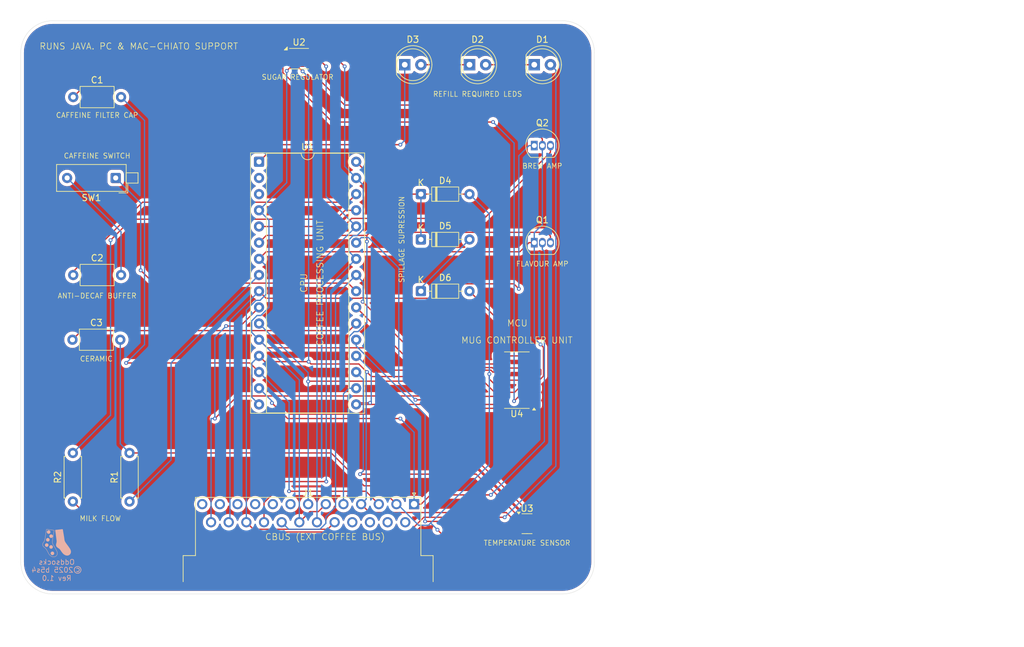
<source format=kicad_pcb>
(kicad_pcb (version 20241229) (generator "pcbnew") (generator_version "9.0")
  (title_block (title "Coffee Coaster (art)") (rev "1.0") (company "Oddsocks b5s4"))
  (layers (0 "F.Cu" signal) (2 "B.Cu" signal) (13 "F.Paste" user) (15 "B.Paste" user) (5 "F.SilkS" user "F.Silkscreen") (7 "B.SilkS" user "B.Silkscreen") (1 "F.Mask" user) (3 "B.Mask" user) (25 "Edge.Cuts" user))
  (net 0 "")
  (net 1 "Net-(D1-K)")
  (net 2 "Net-(D1-A)")
  (net 3 "VCC")
  (net 4 "GND")
  (net 5 "Net-(C2-Pad2)")
  (net 6 "Net-(U1-~{CE})")
  (net 7 "Net-(J1-Pin_3)")
  (net 9 "Net-(J1-Pin_18)")
  (net 11 "Net-(U1-A4)")
  (net 12 "Net-(U1-A14)")
  (net 13 "Net-(U1-~{OE})")
  (net 15 "Net-(J1-Pin_19)")
  (net 17 "Net-(U1-D7)")
  (net 18 "Net-(J1-Pin_1)")
  (net 19 "Net-(J1-Pin_7)")
  (net 20 "Net-(U1-A10)")
  (net 21 "Net-(J1-Pin_24)")
  (net 22 "Net-(U1-A17)")
  (net 23 "Net-(J1-Pin_22)")
  (net 24 "Net-(U1-A8)")
  (net 26 "Net-(Q2-C)")
  (net 27 "Net-(U1-D5)")
  (net 28 "Net-(U1-D3)")
  (net 30 "Net-(J1-Pin_5)")
  (net 32 "Net-(U2-EN)")
  (net 33 "Net-(J1-Pin_20)")
  (net 34 "Net-(J1-Pin_25)")
  (net 39 "Net-(J1-Pin_21)")
  (net 41 "Net-(D5-A)")
  (net 42 "Net-(D3-K)")
  (net 43 "Net-(D2-K)")
  (footprint "Package_DIP:DIP-32_W15.24mm_Socket" (layer "F.Cu") (at 124.46 73.66)
    (property "Reference" "U1")
    (property "Value" "27C040")
  )
  (footprint "Diode_THT:D_DO-35_SOD27_P7.62mm_Horizontal" (layer "F.Cu") (at 149.86 93.98)
    (property "Reference" "D6")
    (property "Value" "1N4448")
  )
  (footprint "Capacitor_THT:C_Axial_L5.1mm_D3.1mm_P7.50mm_Horizontal" (layer "F.Cu") (at 95.31 91.44)
    (property "Reference" "C2")
    (property "Value" "C")
  )
  (footprint "LED_THT:LED_D5.0mm" (layer "F.Cu") (at 147.32 58.42)
    (property "Reference" "D3")
    (property "Value" "LED")
  )
  (footprint "Package_TO_SOT_THT:TO-92_Inline" (layer "F.Cu") (at 167.64 86.36)
    (property "Reference" "Q1")
    (property "Value" "2N3906")
  )
  (footprint "Package_TO_SOT_THT:TO-92_Inline" (layer "F.Cu") (at 167.64 71.12)
    (property "Reference" "Q2")
    (property "Value" "2N3906")
  )
  (footprint "Resistor_THT:R_Axial_DIN0207_L6.3mm_D2.5mm_P7.62mm_Horizontal" (layer "F.Cu") (at 95.25 127 90)
    (property "Reference" "R2")
    (property "Value" "R")
  )
  (footprint "LED_THT:LED_D5.0mm" (layer "F.Cu") (at 167.64 58.42)
    (property "Reference" "D1")
    (property "Value" "LED")
  )
  (footprint "Diode_THT:D_DO-35_SOD27_P7.62mm_Horizontal" (layer "F.Cu") (at 149.86 85.859)
    (property "Reference" "D5")
    (property "Value" "1N4448")
  )
  (footprint "Capacitor_THT:C_Axial_L5.1mm_D3.1mm_P7.50mm_Horizontal" (layer "F.Cu") (at 95.31 63.5)
    (property "Reference" "C1")
    (property "Value" "C")
  )
  (footprint "Capacitor_THT:C_Axial_L5.1mm_D3.1mm_P7.50mm_Horizontal" (layer "F.Cu") (at 95.1907 101.6)
    (property "Reference" "C3")
    (property "Value" "C")
  )
  (footprint "Diode_THT:D_DO-35_SOD27_P7.62mm_Horizontal" (layer "F.Cu") (at 149.86 78.74)
    (property "Reference" "D4")
    (property "Value" "1N4448")
  )
  (footprint "Connector_Dsub:DSUB-25_Socket_Horizontal_P2.77x2.84mm_EdgePinOffset9.40mm" (layer "F.Cu") (at 148.7867 127.4168)
    (property "Reference" "J1")
    (property "Value" "Conn_01x25_Pin")
  )
  (footprint "Resistor_THT:R_Axial_DIN0207_L6.3mm_D2.5mm_P7.62mm_Horizontal" (layer "F.Cu") (at 104.14 127 90)
    (property "Reference" "R1")
    (property "Value" "R")
  )
  (footprint "LED_THT:LED_D5.0mm" (layer "F.Cu") (at 157.48 58.42)
    (property "Reference" "D2")
    (property "Value" "LED")
  )
  (footprint "Button_Switch_THT:SW_DIP_SPSTx01_Piano_10.8x4.1mm_W7.62mm_P2.54mm" (layer "F.Cu") (at 101.97 76.2 180)
    (property "Reference" "SW1")
    (property "Value" "SW_DIP_x01")
  )
  (footprint "Package_DFN_QFN:DFN-6-1EP_3x3mm_P0.95mm_EP1.7x2.6mm" (layer "F.Cu") (at 130.74 57.47)
    (property "Reference" "U2")
    (property "Value" "LDO40LPURY")
  )
  (footprint "Package_TO_SOT_SMD:SOT-23-5" (layer "F.Cu") (at 166.5025 130.49)
    (property "Reference" "U3")
    (property "Value" "MCP9501")
  )
  (footprint "Package_SO:SOIC-14_3.9x8.7mm_P1.27mm" (layer "F.Cu") (at 164.9112 107.95 180)
    (property "Reference" "U4")
    (property "Value" "ATSAMD09C13A-SS")
  )
  (gr_poly (pts (xy 91.828897 132.162755) (xy 91.814709 132.163834) (xy 91.800728 132.16561) (xy 91.786971 132.168067) (xy 91.773455 132.171186) (xy 91.760198 132.174951) (xy 91.747218 132.179343) (xy 91.734531 132.184345) (xy 91.722156 132.18994) (xy 91.710111 132.196109) (xy 91.698412 132.202836) (xy 91.687077 132.210102) (xy 91.676124 132.217891) (xy 91.66557 132.226185) (xy 91.655434 132.234965) (xy 91.645731 132.244216) (xy 91.636481 132.253918) (xy 91.627701 132.264054) (xy 91.619407 132.274608) (xy 91.611618 132.285561) (xy 91.604352 132.296896) (xy 91.597625 132.308595) (xy 91.591456 132.32064) (xy 91.585861 132.333015) (xy 91.580859 132.345702) (xy 91.576467 132.358682) (xy 91.572702 132.371939) (xy 91.569583 132.385455) (xy 91.567126 132.399212) (xy 91.56535 132.413193) (xy 91.564271 132.427381) (xy 91.563907 132.441757) (xy 91.564271 132.456133) (xy 91.56535 132.47032) (xy 91.567126 132.484301) (xy 91.569583 132.498059) (xy 91.572702 132.511575) (xy 91.576467 132.524832) (xy 91.580859 132.537812) (xy 91.585861 132.550499) (xy 91.591456 132.562873) (xy 91.597625 132.574919) (xy 91.604352 132.586618) (xy 91.611618 132.597953) (xy 91.619407 132.608906) (xy 91.627701 132.619459) (xy 91.636481 132.629596) (xy 91.645731 132.639298) (xy 91.655434 132.648548) (xy 91.66557 132.657329) (xy 91.676124 132.665622) (xy 91.687077 132.673411) (xy 91.698412 132.680678) (xy 91.710111 132.687405) (xy 91.722156 132.693574) (xy 91.734531 132.699169) (xy 91.747218 132.704171) (xy 91.760198 132.708563) (xy 91.773455 132.712327) (xy 91.786971 132.715447) (xy 91.800728 132.717904) (xy 91.814709 132.71968) (xy 91.828897 132.720759) (xy 91.843273 132.721123) (xy 91.857649 132.720759) (xy 91.871836 132.71968) (xy 91.885817 132.717904) (xy 91.899575 132.715447) (xy 91.913091 132.712327) (xy 91.926348 132.708563) (xy 91.939328 132.704171) (xy 91.952015 132.699169) (xy 91.964389 132.693574) (xy 91.976435 132.687405) (xy 91.988134 132.680678) (xy 91.999469 132.673411) (xy 92.010422 132.665622) (xy 92.020975 132.657329) (xy 92.031112 132.648548) (xy 92.040814 132.639298) (xy 92.050064 132.629596) (xy 92.058845 132.619459) (xy 92.067138 132.608906) (xy 92.074927 132.597953) (xy 92.082194 132.586618) (xy 92.088921 132.574919) (xy 92.09509 132.562873) (xy 92.100685 132.550499) (xy 92.105687 132.537812) (xy 92.110079 132.524832) (xy 92.113843 132.511575) (xy 92.116963 132.498059) (xy 92.11942 132.484301) (xy 92.121196 132.47032) (xy 92.122275 132.456133) (xy 92.122639 132.441757) (xy 92.122275 132.427381) (xy 92.121196 132.413193) (xy 92.11942 132.399212) (xy 92.116963 132.385455) (xy 92.113843 132.371939) (xy 92.110079 132.358682) (xy 92.105687 132.345702) (xy 92.100685 132.333015) (xy 92.09509 132.32064) (xy 92.088921 132.308595) (xy 92.082194 132.296896) (xy 92.074927 132.285561) (xy 92.067138 132.274608) (xy 92.058845 132.264054) (xy 92.050064 132.253918) (xy 92.040814 132.244216) (xy 92.031112 132.234965) (xy 92.020975 132.226185) (xy 92.010422 132.217891) (xy 91.999469 132.210102) (xy 91.988134 132.202836) (xy 91.976435 132.196109) (xy 91.964389 132.18994) (xy 91.952015 132.184345) (xy 91.939328 132.179343) (xy 91.926348 132.174951) (xy 91.913091 132.171186) (xy 91.899575 132.168067) (xy 91.885817 132.16561) (xy 91.871836 132.163834) (xy 91.857649 132.162755) (xy 91.843273 132.162391)) (fill yes) (layer "B.SilkS"))
  (gr_poly (pts (xy 92.029244 134.860829) (xy 92.015056 134.861908) (xy 92.001075 134.863685) (xy 91.987318 134.866141) (xy 91.973802 134.869261) (xy 91.960545 134.873025) (xy 91.947564 134.877418) (xy 91.934878 134.88242) (xy 91.922503 134.888014) (xy 91.910458 134.894184) (xy 91.898759 134.90091) (xy 91.887424 134.908177) (xy 91.876471 134.915966) (xy 91.865917 134.924259) (xy 91.855781 134.93304) (xy 91.846078 134.94229) (xy 91.836828 134.951992) (xy 91.828048 134.962129) (xy 91.819754 134.972682) (xy 91.811965 134.983635) (xy 91.804699 134.99497) (xy 91.797972 135.006669) (xy 91.791803 135.018715) (xy 91.786208 135.03109) (xy 91.781206 135.043776) (xy 91.776814 135.056757) (xy 91.773049 135.070014) (xy 91.76993 135.08353) (xy 91.767473 135.097287) (xy 91.765697 135.111268) (xy 91.764618 135.125455) (xy 91.764254 135.139832) (xy 91.764618 135.154208) (xy 91.765697 135.168395) (xy 91.767473 135.182376) (xy 91.76993 135.196133) (xy 91.773049 135.209649) (xy 91.776814 135.222906) (xy 91.781206 135.235887) (xy 91.786208 135.248573) (xy 91.791803 135.260948) (xy 91.797972 135.272994) (xy 91.804699 135.284693) (xy 91.811965 135.296027) (xy 91.819754 135.30698) (xy 91.828048 135.317534) (xy 91.836828 135.327671) (xy 91.846078 135.337373) (xy 91.855781 135.346623) (xy 91.865917 135.355404) (xy 91.876471 135.363697) (xy 91.887424 135.371486) (xy 91.898759 135.378752) (xy 91.910458 135.385479) (xy 91.922503 135.391649) (xy 91.934878 135.397243) (xy 91.947564 135.402245) (xy 91.960545 135.406637) (xy 91.973802 135.410402) (xy 91.987318 135.413521) (xy 92.001075 135.415978) (xy 92.015056 135.417755) (xy 92.029244 135.418834) (xy 92.04362 135.419197) (xy 92.057996 135.418834) (xy 92.072183 135.417755) (xy 92.086164 135.415978) (xy 92.099922 135.413521) (xy 92.113438 135.410402) (xy 92.126695 135.406637) (xy 92.139675 135.402245) (xy 92.152362 135.397243) (xy 92.164736 135.391649) (xy 92.176782 135.385479) (xy 92.188481 135.378752) (xy 92.199816 135.371486) (xy 92.210769 135.363697) (xy 92.221322 135.355404) (xy 92.231459 135.346623) (xy 92.241161 135.337373) (xy 92.250411 135.327671) (xy 92.259192 135.317534) (xy 92.267485 135.30698) (xy 92.275274 135.296027) (xy 92.282541 135.284693) (xy 92.289268 135.272994) (xy 92.295437 135.260948) (xy 92.301032 135.248573) (xy 92.306034 135.235887) (xy 92.310426 135.222906) (xy 92.31419 135.209649) (xy 92.31731 135.196133) (xy 92.319767 135.182376) (xy 92.321543 135.168395) (xy 92.322622 135.154208) (xy 92.322986 135.139832) (xy 92.322622 135.125455) (xy 92.321543 135.111268) (xy 92.319767 135.097287) (xy 92.31731 135.08353) (xy 92.31419 135.070014) (xy 92.310426 135.056757) (xy 92.306034 135.043776) (xy 92.301032 135.03109) (xy 92.295437 135.018715) (xy 92.289268 135.006669) (xy 92.282541 134.99497) (xy 92.275274 134.983635) (xy 92.267485 134.972682) (xy 92.259192 134.962129) (xy 92.250411 134.951992) (xy 92.241161 134.94229) (xy 92.231459 134.93304) (xy 92.221322 134.924259) (xy 92.210769 134.915966) (xy 92.199816 134.908177) (xy 92.188481 134.90091) (xy 92.176782 134.894184) (xy 92.164736 134.888014) (xy 92.152362 134.88242) (xy 92.139675 134.877418) (xy 92.126695 134.873025) (xy 92.113438 134.869261) (xy 92.099922 134.866141) (xy 92.086164 134.863685) (xy 92.072183 134.861908) (xy 92.057996 134.860829) (xy 92.04362 134.860466)) (fill yes) (layer "B.SilkS"))
  (gr_poly (pts (xy 91.153766 131.372183) (xy 91.143183 131.372183) (xy 91.137892 131.377475) (xy 91.1326 131.377475) (xy 91.111433 131.398642) (xy 91.111433 131.409225) (xy 91.106142 131.414517) (xy 91.106142 131.4251) (xy 91.10085 131.430392) (xy 91.10085 131.462142) (xy 91.095558 131.467433) (xy 91.095558 131.493892) (xy 91.090266 131.499183) (xy 91.090266 131.530933) (xy 91.084975 131.536225) (xy 91.084975 131.562683) (xy 91.079683 131.567975) (xy 91.079683 131.594433) (xy 91.074391 131.599725) (xy 91.074391 131.626183) (xy 91.0691 131.631475) (xy 91.0691 131.663225) (xy 91.063808 131.668517) (xy 91.063808 131.694975) (xy 91.058517 131.700267) (xy 91.058517 131.732017) (xy 91.053225 131.737308) (xy 91.053225 131.763767) (xy 91.047933 131.769058) (xy 91.047933 131.795517) (xy 91.042642 131.800808) (xy 91.042642 131.827267) (xy 91.03735 131.832558) (xy 91.03735 131.859017) (xy 91.032058 131.864308) (xy 91.032058 131.890767) (xy 91.026767 131.896058) (xy 91.026767 131.922517) (xy 91.021475 131.927808) (xy 91.021475 131.959558) (xy 91.016183 131.96485) (xy 91.016183 131.991308) (xy 91.010891 131.9966) (xy 91.010891 132.033642) (xy 91.0056 132.038933) (xy 91.0056 132.070683) (xy 91.000308 132.075975) (xy 91.000308 132.107725) (xy 90.995016 132.113017) (xy 90.995016 132.139475) (xy 90.989725 132.144767) (xy 90.989725 132.171225) (xy 90.984433 132.176517) (xy 90.984433 132.208267) (xy 90.979142 132.213558) (xy 90.979142 132.245308) (xy 90.97385 132.2506) (xy 90.97385 132.277058) (xy 90.968558 132.28235) (xy 90.968558 132.303517) (xy 90.963267 132.308808) (xy 90.963267 132.329975) (xy 90.957975 132.335267) (xy 90.957975 132.361725) (xy 90.952683 132.367017) (xy 90.952683 132.393475) (xy 90.947392 132.398767) (xy 90.947392 132.425225) (xy 90.9421 132.430517) (xy 90.9421 132.462267) (xy 90.936808 132.467558) (xy 90.936808 132.499308) (xy 90.931516 132.5046) (xy 90.931516 132.525767) (xy 90.926225 132.531058) (xy 90.926225 132.562808) (xy 90.920933 132.5681) (xy 90.920933 132.605142) (xy 90.915641 132.610433) (xy 90.915641 132.636892) (xy 90.91035 132.642183) (xy 90.91035 132.679225) (xy 90.905058 132.684517) (xy 90.905058 132.716267) (xy 90.899767 132.721558) (xy 90.899767 132.753308) (xy 90.894475 132.7586) (xy 90.894475 132.79035) (xy 90.889183 132.795642) (xy 90.889183 132.8221) (xy 90.883892 132.827392) (xy 90.883892 132.848558) (xy 90.8786 132.85385) (xy 90.8786 132.875017) (xy 90.873308 132.880308) (xy 90.873308 132.896183) (xy 90.868017 132.901475) (xy 90.868017 132.91735) (xy 90.862725 132.922642) (xy 90.862725 132.938517) (xy 90.857433 132.943808) (xy 90.857433 132.959683) (xy 90.852141 132.964975) (xy 90.852141 132.986142) (xy 90.84685 132.991433) (xy 90.84685 133.007308) (xy 90.841558 133.0126) (xy 90.841558 133.028475) (xy 90.836266 133.033767) (xy 90.836266 133.049642) (xy 90.830975 133.054933) (xy 90.830975 133.0761) (xy 90.825683 133.081392) (xy 90.825683 133.097267) (xy 90.820392 133.102558) (xy 90.820392 133.113142) (xy 90.8151 133.118433) (xy 90.8151 133.129017) (xy 90.809808 133.134308) (xy 90.809808 133.1396) (xy 90.804517 133.144892) (xy 90.809808 133.150183) (xy 90.799225 133.160767) (xy 90.799225 133.166058) (xy 90.793933 133.17135) (xy 90.793933 133.181933) (xy 90.788642 133.187225) (xy 90.788642 133.192517) (xy 90.78335 133.197808) (xy 90.78335 133.2031) (xy 90.778058 133.208392) (xy 90.778058 133.213683) (xy 90.772766 133.218975) (xy 90.772766 133.229558) (xy 90.767475 133.23485) (xy 90.767475 133.240142) (xy 90.762183 133.245433) (xy 90.762183 133.250725) (xy 90.756891 133.256017) (xy 90.756891 133.261308) (xy 90.7516 133.2666) (xy 90.7516 133.271892) (xy 90.741017 133.282475) (xy 90.741017 133.287767) (xy 90.730433 133.29835) (xy 90.730433 133.303641) (xy 90.71985 133.314225) (xy 90.71985 133.319517) (xy 90.709267 133.3301) (xy 90.709267 133.335392) (xy 90.693391 133.351267) (xy 90.693391 133.356558) (xy 90.682808 133.367142) (xy 90.682808 133.372433) (xy 90.666933 133.388308) (xy 90.666933 133.3936) (xy 90.65635 133.404183) (xy 90.65635 133.409475) (xy 90.645767 133.420058) (xy 90.645767 133.42535) (xy 90.629892 133.441225) (xy 90.629892 133.446517) (xy 90.619308 133.4571) (xy 90.619308 133.462391) (xy 90.603433 133.478267) (xy 90.603433 133.483558) (xy 90.59285 133.494142) (xy 90.59285 133.499433) (xy 90.582267 133.510017) (xy 90.582267 133.515308) (xy 90.571683 133.525892) (xy 90.571683 133.531183) (xy 90.566392 133.536475) (xy 90.566392 133.541766) (xy 90.5611 133.547058) (xy 90.5611 133.55235) (xy 90.550517 133.562933) (xy 90.550517 133.573517) (xy 90.545225 133.578808) (xy 90.545225 133.5841) (xy 90.539933 133.589392) (xy 90.539933 133.594683) (xy 90.534641 133.599975) (xy 90.534641 133.605266) (xy 90.52935 133.610558) (xy 90.52935 133.621142) (xy 90.524058 133.626433) (xy 90.524058 133.637017) (xy 90.518766 133.642308) (xy 90.518766 133.658183) (xy 90.513475 133.663475) (xy 90.513475 133.67935) (xy 90.508183 133.684641) (xy 90.508183 133.721683) (xy 90.502892 133.726975) (xy 90.502892 133.785183) (xy 90.508183 133.790475) (xy 90.508183 133.827516) (xy 90.513475 133.832808) (xy 90.513475 133.853975) (xy 90.518766 133.859267) (xy 90.518766 133.875142) (xy 90.524058 133.880433) (xy 90.524058 133.891017) (xy 90.52935 133.896308) (xy 90.52935 133.906891) (xy 90.534641 133.912183) (xy 90.534641 133.917475) (xy 90.539933 133.922766) (xy 90.539933 133.93335) (xy 90.545225 133.938642) (xy 90.545225 133.943933) (xy 90.550517 133.949225) (xy 90.550517 133.954517) (xy 90.555808 133.959808) (xy 90.555808 133.9651) (xy 90.5611 133.970392) (xy 90.5611 133.975683) (xy 90.566392 133.980975) (xy 90.566392 133.986266) (xy 90.576975 133.99685) (xy 90.576975 134.002141) (xy 90.587558 134.012725) (xy 90.587558 134.018017) (xy 90.598141 134.0286) (xy 90.598141 134.033892) (xy 90.614016 134.049767) (xy 90.614016 134.055058) (xy 90.714558 134.1556) (xy 90.71985 134.1556) (xy 90.741017 134.176767) (xy 90.746308 134.176767) (xy 90.767475 134.197933) (xy 90.772766 134.197933) (xy 90.788642 134.213808) (xy 90.793933 134.213808) (xy 90.809808 134.229683) (xy 90.8151 134.229683) (xy 90.825683 134.240266) (xy 90.830975 134.240266) (xy 90.862725 134.272017) (xy 90.868017 134.272017) (xy 90.883892 134.287892) (xy 90.889183 134.287892) (xy 90.979142 134.37785) (xy 90.979142 134.383141) (xy 91.0056 134.4096) (xy 91.0056 134.414892) (xy 91.032058 134.44135) (xy 91.032058 134.446642) (xy 91.053225 134.467808) (xy 91.053225 134.4731) (xy 91.0691 134.488975) (xy 91.0691 134.494267) (xy 91.084975 134.510142) (xy 91.084975 134.515433) (xy 91.10085 134.531308) (xy 91.10085 134.5366) (xy 91.111433 134.547183) (xy 91.111433 134.552475) (xy 91.122017 134.563058) (xy 91.122017 134.56835) (xy 91.1326 134.578933) (xy 91.1326 134.584225) (xy 91.137892 134.589517) (xy 91.137892 134.594808) (xy 91.148475 134.605392) (xy 91.148475 134.610683) (xy 91.153766 134.615975) (xy 91.153766 134.621266) (xy 91.159058 134.626558) (xy 91.159058 134.63185) (xy 91.169641 134.642433) (xy 91.169641 134.647725) (xy 91.174933 134.653017) (xy 91.174933 134.658308) (xy 91.185517 134.668892) (xy 91.185517 134.674183) (xy 91.190808 134.679475) (xy 91.190808 134.684767) (xy 91.1961 134.690058) (xy 91.1961 134.69535) (xy 91.206683 134.705933) (xy 91.206683 134.711225) (xy 91.211975 134.716516) (xy 91.211975 134.721808) (xy 91.217267 134.7271) (xy 91.217267 134.732391) (xy 91.222558 134.737683) (xy 91.222558 134.742975) (xy 91.22785 134.748267) (xy 91.22785 134.753558) (xy 91.238433 134.764142) (xy 91.238433 134.769433) (xy 91.243725 134.774725) (xy 91.243725 134.780016) (xy 91.249016 134.785308) (xy 91.249016 134.7906) (xy 91.254308 134.795891) (xy 91.254308 134.801183) (xy 91.264892 134.811766) (xy 91.264892 134.817058) (xy 91.270183 134.82235) (xy 91.270183 134.827642) (xy 91.275475 134.832933) (xy 91.275475 134.838225) (xy 91.280767 134.843517) (xy 91.280767 134.848808) (xy 91.286058 134.8541) (xy 91.286058 134.859391) (xy 91.296642 134.869975) (xy 91.296642 134.875266) (xy 91.301933 134.880558) (xy 91.301933 134.88585) (xy 91.307225 134.891141) (xy 91.307225 134.896433) (xy 91.312516 134.901725) (xy 91.312516 134.907017) (xy 91.317808 134.912308) (xy 91.317808 134.9176) (xy 91.3231 134.922892) (xy 91.3231 134.928183) (xy 91.333683 134.938766) (xy 91.333683 134.944058) (xy 91.338975 134.94935) (xy 91.338975 134.954641) (xy 91.344266 134.959933) (xy 91.344266 134.965225) (xy 91.349558 134.970516) (xy 91.349558 134.975808) (xy 91.35485 134.9811) (xy 91.35485 134.986392) (xy 91.360142 134.991683) (xy 91.360142 134.996975) (xy 91.370725 135.007558) (xy 91.370725 135.018141) (xy 91.381308 135.028725) (xy 91.381308 135.034016) (xy 91.3866 135.039308) (xy 91.3866 135.0446) (xy 91.391891 135.049891) (xy 91.391891 135.055183) (xy 91.397183 135.060475) (xy 91.397183 135.065767) (xy 91.402475 135.071058) (xy 91.402475 135.07635) (xy 91.407766 135.081642) (xy 91.407766 135.086933) (xy 91.413058 135.092225) (xy 91.413058 135.097516) (xy 91.41835 135.102808) (xy 91.41835 135.1081) (xy 91.428933 135.118683) (xy 91.428933 135.123975) (xy 91.434225 135.129266) (xy 91.434225 135.134558) (xy 91.439517 135.13985) (xy 91.439517 135.145142) (xy 91.444808 135.150433) (xy 91.444808 135.155725) (xy 91.4501 135.161017) (xy 91.4501 135.166308) (xy 91.460683 135.176891) (xy 91.460683 135.182183) (xy 91.465975 135.187475) (xy 91.465975 135.192766) (xy 91.471266 135.198058) (xy 91.471266 135.20335) (xy 91.48185 135.213933) (xy 91.48185 135.219225) (xy 91.487141 135.224517) (xy 91.487141 135.229808) (xy 91.497725 135.240392) (xy 91.497725 135.245683) (xy 91.508308 135.256266) (xy 91.508308 135.261558) (xy 91.5136 135.26685) (xy 91.5136 135.272141) (xy 91.524183 135.282725) (xy 91.524183 135.288016) (xy 91.534767 135.2986) (xy 91.534767 135.303892) (xy 91.550641 135.319767) (xy 91.550641 135.325058) (xy 91.566516 135.340933) (xy 91.566516 135.346225) (xy 91.587683 135.367391) (xy 91.587683 135.372683) (xy 91.656475 135.441475) (xy 91.661766 135.441475) (xy 91.7041 135.483808) (xy 91.709391 135.483808) (xy 91.730558 135.504975) (xy 91.73585 135.504975) (xy 91.751725 135.52085) (xy 91.757017 135.52085) (xy 91.772892 135.536725) (xy 91.778183 135.536725) (xy 91.794058 135.5526) (xy 91.79935 135.5526) (xy 91.809933 135.563183) (xy 91.815225 135.563183) (xy 91.825808 135.573766) (xy 91.8311 135.573766) (xy 91.841683 135.58435) (xy 91.846975 135.58435) (xy 91.857558 135.594933) (xy 91.86285 135.594933) (xy 91.873433 135.605516) (xy 91.878725 135.605516) (xy 91.884016 135.610808) (xy 91.889308 135.610808) (xy 91.8946 135.6161) (xy 91.899891 135.6161) (xy 91.905183 135.621392) (xy 91.910475 135.621392) (xy 91.915767 135.626683) (xy 91.921058 135.626683) (xy 91.92635 135.631975) (xy 91.931642 135.631975) (xy 91.936933 135.637267) (xy 91.942225 135.637267) (xy 91.947516 135.642558) (xy 91.952808 135.642558) (xy 91.9581 135.64785) (xy 91.968683 135.64785) (xy 91.973975 135.653141) (xy 91.979266 135.653141) (xy 91.984558 135.658433) (xy 91.995142 135.658433) (xy 92.000433 135.663725) (xy 92.011017 135.663725) (xy 92.016308 135.669016) (xy 92.026891 135.669016) (xy 92.032183 135.674308) (xy 92.048058 135.674308) (xy 92.05335 135.6796) (xy 92.069225 135.6796) (xy 92.074517 135.684891) (xy 92.090392 135.684891) (xy 92.095683 135.690183) (xy 92.11685 135.690183) (xy 92.122141 135.695475) (xy 92.153892 135.695475) (xy 92.159183 135.700767) (xy 92.217391 135.700767) (xy 92.222683 135.706058) (xy 92.259725 135.706058) (xy 92.265016 135.700767) (xy 92.323225 135.700767) (xy 92.328517 135.695475) (xy 92.349683 135.695475) (xy 92.354975 135.690183) (xy 92.376141 135.690183) (xy 92.381433 135.684891) (xy 92.397308 135.684891) (xy 92.4026 135.6796) (xy 92.413183 135.6796) (xy 92.418475 135.674308) (xy 92.429058 135.674308) (xy 92.43435 135.669016) (xy 92.444933 135.669016) (xy 92.450225 135.663725) (xy 92.455517 135.663725) (xy 92.460808 135.658433) (xy 92.4661 135.658433) (xy 92.471391 135.653141) (xy 92.476683 135.653141) (xy 92.481975 135.64785) (xy 92.487266 135.64785) (xy 92.492558 135.642558) (xy 92.49785 135.642558) (xy 92.503141 135.637267) (xy 92.508433 135.637267) (xy 92.513725 135.631975) (xy 92.519016 135.631975) (xy 92.524308 135.626683) (xy 92.5296 135.626683) (xy 92.534892 135.621392) (xy 92.540183 135.621392) (xy 92.550766 135.610808) (xy 92.556058 135.610808) (xy 92.566641 135.600225) (xy 92.571933 135.600225) (xy 92.582516 135.589641) (xy 92.587808 135.589641) (xy 92.603683 135.573766) (xy 92.608975 135.573766) (xy 92.630141 135.5526) (xy 92.635433 135.5526) (xy 92.677766 135.510266) (xy 92.677766 135.504975) (xy 92.704225 135.478517) (xy 92.704225 135.473225) (xy 92.7201 135.45735) (xy 92.7201 135.452058) (xy 92.730683 135.441475) (xy 92.730683 135.436183) (xy 92.741266 135.4256) (xy 92.741266 135.420308) (xy 92.746558 135.415016) (xy 92.746558 135.409725) (xy 92.75185 135.404433) (xy 92.75185 135.399142) (xy 92.757141 135.39385) (xy 92.757141 135.388558) (xy 92.762433 135.383267) (xy 92.762433 135.377975) (xy 92.767725 135.372683) (xy 92.767725 135.367391) (xy 92.773016 135.3621) (xy 92.773016 135.356808) (xy 92.778308 135.351516) (xy 92.778308 135.340933) (xy 92.7836 135.335641) (xy 92.7836 135.33035) (xy 92.788891 135.325058) (xy 92.788891 135.314475) (xy 92.794183 135.309183) (xy 92.794183 135.2986) (xy 92.799475 135.293308) (xy 92.799475 135.277433) (xy 92.804766 135.272141) (xy 92.804766 135.256266) (xy 92.810058 135.250975) (xy 92.810058 135.229808) (xy 92.81535 135.224517) (xy 92.81535 135.192766) (xy 92.820641 135.187475) (xy 92.820641 135.060475) (xy 92.81535 135.055183) (xy 92.81535 135.023433) (xy 92.810058 135.018141) (xy 92.810058 134.996975) (xy 92.804766 134.991683) (xy 92.804766 134.975808) (xy 92.799475 134.970516) (xy 92.799475 134.954641) (xy 92.794183 134.94935) (xy 92.794183 134.938766) (xy 92.788891 134.933475) (xy 92.788891 134.9176) (xy 92.7836 134.912308) (xy 92.7836 134.907017) (xy 92.778308 134.901725) (xy 92.778308 134.891141) (xy 92.773016 134.88585) (xy 92.773016 134.875266) (xy 92.767725 134.869975) (xy 92.767725 134.859391) (xy 92.762433 134.8541) (xy 92.762433 134.843517) (xy 92.757141 134.838225) (xy 92.757141 134.832933) (xy 92.75185 134.827642) (xy 92.75185 134.82235) (xy 92.746558 134.817058) (xy 92.746558 134.806475) (xy 92.741266 134.801183) (xy 92.741266 134.795891) (xy 92.735975 134.7906) (xy 92.735975 134.785308) (xy 92.730683 134.780016) (xy 92.730683 134.774725) (xy 92.725391 134.769433) (xy 92.725391 134.75885) (xy 92.7201 134.753558) (xy 92.7201 134.748267) (xy 92.714808 134.742975) (xy 92.714808 134.737683) (xy 92.709516 134.732391) (xy 92.709516 134.7271) (xy 92.704225 134.721808) (xy 92.704225 134.716516) (xy 92.693642 134.705933) (xy 92.693642 134.700641) (xy 92.68835 134.69535) (xy 92.68835 134.690058) (xy 92.683058 134.684767) (xy 92.683058 134.679475) (xy 92.677766 134.674183) (xy 92.677766 134.668892) (xy 92.672475 134.6636) (xy 92.672475 134.658308) (xy 92.667183 134.653017) (xy 92.667183 134.647725) (xy 92.661891 134.642433) (xy 92.661891 134.637141) (xy 92.6566 134.63185) (xy 92.6566 134.626558) (xy 92.646016 134.615975) (xy 92.646016 134.605392) (xy 92.635433 134.594808) (xy 92.635433 134.589517) (xy 92.630141 134.584225) (xy 92.630141 134.578933) (xy 92.62485 134.573642) (xy 92.62485 134.56835) (xy 92.614267 134.557766) (xy 92.614267 134.552475) (xy 92.608975 134.547183) (xy 92.608975 134.541891) (xy 92.603683 134.5366) (xy 92.603683 134.531308) (xy 92.598391 134.526017) (xy 92.598391 134.520725) (xy 92.587808 134.510142) (xy 92.587808 134.50485) (xy 92.577225 134.494267) (xy 92.577225 134.488975) (xy 92.571933 134.483683) (xy 92.571933 134.478391) (xy 92.56135 134.467808) (xy 92.56135 134.462516) (xy 92.556058 134.457225) (xy 92.556058 134.451933) (xy 92.545475 134.44135) (xy 92.545475 134.436058) (xy 92.540183 134.430767) (xy 92.540183 134.425475) (xy 92.5296 134.414892) (xy 92.5296 134.4096) (xy 92.524308 134.404308) (xy 92.524308 134.399016) (xy 92.519016 134.393725) (xy 92.519016 134.388433) (xy 92.508433 134.37785) (xy 92.508433 134.372558) (xy 92.503141 134.367267) (xy 92.503141 134.361975) (xy 92.492558 134.351392) (xy 92.492558 134.3461) (xy 92.487266 134.340808) (xy 92.487266 134.335517) (xy 92.476683 134.324933) (xy 92.476683 134.319641) (xy 92.471391 134.31435) (xy 92.471391 134.309058) (xy 92.460808 134.298475) (xy 92.460808 134.293183) (xy 92.455517 134.287892) (xy 92.455517 134.2826) (xy 92.444933 134.272017) (xy 92.444933 134.266725) (xy 92.439641 134.261433) (xy 92.439641 134.256142) (xy 92.43435 134.25085) (xy 92.43435 134.245558) (xy 92.423766 134.234975) (xy 92.423766 134.229683) (xy 92.413183 134.2191) (xy 92.413183 134.213808) (xy 92.4026 134.203225) (xy 92.4026 134.192642) (xy 92.392017 134.182058) (xy 92.392017 134.176767) (xy 92.386725 134.171475) (xy 92.386725 134.166183) (xy 92.376141 134.1556) (xy 92.376141 134.150308) (xy 92.37085 134.145016) (xy 92.37085 134.139725) (xy 92.365558 134.134433) (xy 92.365558 134.129142) (xy 92.360266 134.12385) (xy 92.360266 134.118558) (xy 92.349683 134.107975) (xy 92.349683 134.102683) (xy 92.344391 134.097392) (xy 92.344391 134.0921) (xy 92.3391 134.086808) (xy 92.3391 134.081516) (xy 92.328517 134.070933) (xy 92.328517 134.065641) (xy 92.323225 134.06035) (xy 92.323225 134.055058) (xy 92.317933 134.049767) (xy 92.317933 134.044475) (xy 92.30735 134.033892) (xy 92.30735 134.0286) (xy 92.302058 134.023308) (xy 92.302058 134.018017) (xy 92.296766 134.012725) (xy 92.296766 134.007433) (xy 92.286183 133.99685) (xy 92.286183 133.991558) (xy 92.280891 133.986266) (xy 92.280891 133.980975) (xy 92.2756 133.975683) (xy 92.2756 133.970392) (xy 92.265016 133.959808) (xy 92.265016 133.954517) (xy 92.259725 133.949225) (xy 92.259725 133.943933) (xy 92.254433 133.938642) (xy 92.254433 133.93335) (xy 92.24385 133.922766) (xy 92.24385 133.917475) (xy 92.238558 133.912183) (xy 92.238558 133.906891) (xy 92.227975 133.896308) (xy 92.227975 133.891017) (xy 92.222683 133.885725) (xy 92.222683 133.880433) (xy 92.217391 133.875142) (xy 92.217391 133.86985) (xy 92.206808 133.859267) (xy 92.206808 133.853975) (xy 92.201516 133.848683) (xy 92.201516 133.843391) (xy 92.190933 133.832808) (xy 92.190933 133.827516) (xy 92.18035 133.816933) (xy 92.18035 133.811642) (xy 92.175058 133.80635) (xy 92.175058 133.801058) (xy 92.164475 133.790475) (xy 92.164475 133.785183) (xy 92.159183 133.779892) (xy 92.159183 133.7746) (xy 92.1486 133.764016) (xy 92.1486 133.758725) (xy 92.143308 133.753433) (xy 92.143308 133.748141) (xy 92.127433 133.732267) (xy 92.127433 133.721683) (xy 92.122141 133.716392) (xy 92.122141 133.7111) (xy 92.111558 133.700517) (xy 92.111558 133.695225) (xy 92.106266 133.689933) (xy 92.106266 133.684641) (xy 92.100975 133.67935) (xy 92.100975 133.668766) (xy 92.095683 133.663475) (xy 92.095683 133.652892) (xy 92.090392 133.6476) (xy 92.090392 133.637017) (xy 92.0851 133.631725) (xy 92.0851 133.621142) (xy 92.079808 133.61585) (xy 92.079808 133.605266) (xy 92.074517 133.599975) (xy 92.074517 133.589392) (xy 92.069225 133.5841) (xy 92.069225 133.568225) (xy 92.063933 133.562933) (xy 92.063933 133.547058) (xy 92.058641 133.541766) (xy 92.058641 133.525892) (xy 92.05335 133.5206) (xy 92.05335 133.499433) (xy 92.048058 133.494142) (xy 92.048058 133.467683) (xy 92.042766 133.462391) (xy 92.042766 133.420058) (xy 92.037475 133.414767) (xy 92.037475 133.308933) (xy 92.042766 133.303641) (xy 92.042766 133.245433) (xy 92.048058 133.240142) (xy 92.048058 133.2031) (xy 92.05335 133.197808) (xy 92.048058 133.192517) (xy 92.05335 133.187225) (xy 92.05335 133.1396) (xy 92.058641 133.134308) (xy 92.058641 133.129017) (xy 92.05335 133.123725) (xy 92.058641 133.118433) (xy 92.058641 133.060225) (xy 92.063933 133.054933) (xy 92.063933 133.0126) (xy 92.069225 133.007308) (xy 92.069225 132.98085) (xy 92.074517 132.975558) (xy 92.074517 132.9491) (xy 92.079808 132.943808) (xy 92.079808 132.922642) (xy 92.0851 132.91735) (xy 92.0851 132.896183) (xy 92.090392 132.890892) (xy 92.090392 132.869725) (xy 92.095683 132.864433) (xy 92.095683 132.837975) (xy 92.100975 132.832683) (xy 92.100975 132.806225) (xy 92.106266 132.800933) (xy 92.106266 132.774475) (xy 92.111558 132.769183) (xy 92.111558 132.748017) (xy 92.11685 132.742725) (xy 92.11685 132.721558) (xy 92.122141 132.716267) (xy 92.122141 132.689808) (xy 92.127433 132.684517) (xy 92.127433 132.66335) (xy 92.132725 132.658058) (xy 92.132725 132.6316) (xy 92.138016 132.626308) (xy 92.138016 132.594558) (xy 92.143308 132.589267) (xy 92.143308 132.562808) (xy 92.1486 132.557517) (xy 92.1486 132.525767) (xy 92.153892 132.520475) (xy 92.153892 132.499308) (xy 92.159183 132.494017) (xy 92.159183 132.47285) (xy 92.164475 132.467558) (xy 92.164475 132.4411) (xy 92.169767 132.435808) (xy 92.169767 132.414642) (xy 92.175058 132.40935) (xy 92.175058 132.382892) (xy 92.18035 132.3776) (xy 92.18035 132.356433) (xy 92.185641 132.351142) (xy 92.185641 132.324683) (xy 92.190933 132.319392) (xy 92.190933 132.292933) (xy 92.196225 132.287642) (xy 92.196225 132.266475) (xy 92.201516 132.261183) (xy 92.201516 132.234725) (xy 92.206808 132.229433) (xy 92.206808 132.202975) (xy 92.2121 132.197683) (xy 92.2121 132.171225) (xy 92.217391 132.165933) (xy 92.217391 132.139475) (xy 92.222683 132.134183) (xy 92.222683 132.107725) (xy 92.227975 132.102433) (xy 92.227975 132.070683) (xy 92.233267 132.065392) (xy 92.233267 132.033642) (xy 92.238558 132.02835) (xy 92.238558 131.980725) (xy 92.24385 131.975433) (xy 92.24385 131.948975) (xy 92.249142 131.943683) (xy 92.249142 131.917225) (xy 92.254433 131.911933) (xy 92.254433 131.885475) (xy 92.259725 131.880183) (xy 92.259725 131.853725) (xy 92.265016 131.848433) (xy 92.265016 131.821975) (xy 92.270308 131.816683) (xy 92.270308 131.790225) (xy 92.2756 131.784933) (xy 92.2756 131.758475) (xy 92.280891 131.753183) (xy 92.280891 131.726725) (xy 92.286183 131.721433) (xy 92.286183 131.694975) (xy 92.291475 131.689683) (xy 92.291475 131.657933) (xy 92.296766 131.652642) (xy 92.296766 131.626183) (xy 92.302058 131.620892) (xy 92.302058 131.594433) (xy 92.30735 131.589142) (xy 92.30735 131.557392) (xy 92.302058 131.5521) (xy 92.302058 131.546808) (xy 92.296766 131.541517) (xy 92.296766 131.536225) (xy 92.280891 131.52035) (xy 92.2756 131.52035) (xy 92.270308 131.515058) (xy 92.265016 131.515058) (xy 92.259725 131.509767) (xy 92.24385 131.509767) (xy 92.238558 131.504475) (xy 92.206808 131.504475) (xy 92.201516 131.499183) (xy 92.169767 131.499183) (xy 92.164475 131.493892) (xy 92.132725 131.493892) (xy 92.127433 131.4886) (xy 92.090392 131.4886) (xy 92.0851 131.483308) (xy 92.05335 131.483308) (xy 92.048058 131.478017) (xy 92.016308 131.478017) (xy 92.011017 131.472725) (xy 91.973975 131.472725) (xy 91.968683 131.467433) (xy 91.931642 131.467433) (xy 91.92635 131.462142) (xy 91.8946 131.462142) (xy 91.889308 131.45685) (xy 91.846975 131.45685) (xy 91.841683 131.451558) (xy 91.809933 131.451558) (xy 91.804641 131.446267) (xy 91.7676 131.446267) (xy 91.762308 131.440975) (xy 91.725266 131.440975) (xy 91.719975 131.435683) (xy 91.688225 131.435683) (xy 91.682933 131.430392) (xy 91.651183 131.430392) (xy 91.645891 131.4251) (xy 91.60885 131.4251) (xy 91.603558 131.419808) (xy 91.571808 131.419808) (xy 91.566516 131.414517) (xy 91.529475 131.414517) (xy 91.524183 131.409225) (xy 91.492433 131.409225) (xy 91.487141 131.403933) (xy 91.455392 131.403933) (xy 91.4501 131.398642) (xy 91.41835 131.398642) (xy 91.413058 131.39335) (xy 91.381308 131.39335) (xy 91.376017 131.388058) (xy 91.333683 131.388058) (xy 91.328391 131.382767) (xy 91.29135 131.382767) (xy 91.286058 131.377475) (xy 91.249016 131.377475) (xy 91.243725 131.372183) (xy 91.206683 131.372183) (xy 91.201392 131.366892) (xy 91.159058 131.366892)) (stroke (width 0.052916)) (fill no) (layer "B.SilkS"))
  (gr_poly (pts (xy 91.8214 133.858772) (xy 91.807213 133.859851) (xy 91.793231 133.861627) (xy 91.779474 133.864084) (xy 91.765958 133.867204) (xy 91.752701 133.870968) (xy 91.739721 133.87536) (xy 91.727034 133.880362) (xy 91.71466 133.885957) (xy 91.702614 133.892126) (xy 91.690915 133.898853) (xy 91.67958 133.90612) (xy 91.668627 133.913909) (xy 91.658074 133.922202) (xy 91.647937 133.930983) (xy 91.638235 133.940233) (xy 91.628985 133.949935) (xy 91.620204 133.960072) (xy 91.611911 133.970625) (xy 91.604122 133.981578) (xy 91.596855 133.992913) (xy 91.590128 134.004612) (xy 91.583959 134.016658) (xy 91.578364 134.029032) (xy 91.573362 134.041719) (xy 91.56897 134.054699) (xy 91.565206 134.067956) (xy 91.562086 134.081472) (xy 91.559629 134.095229) (xy 91.557853 134.109211) (xy 91.556774 134.123398) (xy 91.556411 134.137774) (xy 91.556774 134.15215) (xy 91.557853 134.166338) (xy 91.559629 134.180319) (xy 91.562086 134.194076) (xy 91.565206 134.207592) (xy 91.56897 134.220849) (xy 91.573362 134.233829) (xy 91.578364 134.246516) (xy 91.583959 134.258891) (xy 91.590128 134.270936) (xy 91.596855 134.282635) (xy 91.604122 134.29397) (xy 91.611911 134.304923) (xy 91.620204 134.315477) (xy 91.628985 134.325613) (xy 91.638235 134.335315) (xy 91.647937 134.344566) (xy 91.658074 134.353346) (xy 91.668627 134.36164) (xy 91.67958 134.369428) (xy 91.690915 134.376695) (xy 91.702614 134.383422) (xy 91.71466 134.389591) (xy 91.727034 134.395186) (xy 91.739721 134.400188) (xy 91.752701 134.40458) (xy 91.765958 134.408345) (xy 91.779474 134.411464) (xy 91.793231 134.413921) (xy 91.807213 134.415698) (xy 91.8214 134.416776) (xy 91.835776 134.41714) (xy 91.850152 134.416776) (xy 91.86434 134.415698) (xy 91.878321 134.413921) (xy 91.892078 134.411464) (xy 91.905594 134.408345) (xy 91.918851 134.40458) (xy 91.931831 134.400188) (xy 91.944518 134.395186) (xy 91.956893 134.389591) (xy 91.968938 134.383422) (xy 91.980637 134.376695) (xy 91.991972 134.369428) (xy 92.002925 134.36164) (xy 92.013479 134.353346) (xy 92.023615 134.344566) (xy 92.033318 134.335315) (xy 92.042568 134.325613) (xy 92.051348 134.315477) (xy 92.059642 134.304923) (xy 92.067431 134.29397) (xy 92.074697 134.282635) (xy 92.081424 134.270936) (xy 92.087593 134.258891) (xy 92.093188 134.246516) (xy 92.09819 134.233829) (xy 92.102582 134.220849) (xy 92.106347 134.207592) (xy 92.109466 134.194076) (xy 92.111923 134.180319) (xy 92.1137 134.166338) (xy 92.114778 134.15215) (xy 92.115142 134.137774) (xy 92.114778 134.123398) (xy 92.1137 134.109211) (xy 92.111923 134.095229) (xy 92.109466 134.081472) (xy 92.106347 134.067956) (xy 92.102582 134.054699) (xy 92.09819 134.041719) (xy 92.093188 134.029032) (xy 92.087593 134.016658) (xy 92.081424 134.004612) (xy 92.074697 133.992913) (xy 92.067431 133.981578) (xy 92.059642 133.970625) (xy 92.051348 133.960072) (xy 92.042568 133.949935) (xy 92.033318 133.940233) (xy 92.023615 133.930983) (xy 92.013479 133.922202) (xy 92.002925 133.913909) (xy 91.991972 133.90612) (xy 91.980637 133.898853) (xy 91.968938 133.892126) (xy 91.956893 133.885957) (xy 91.944518 133.880362) (xy 91.931831 133.87536) (xy 91.918851 133.870968) (xy 91.905594 133.867204) (xy 91.892078 133.864084) (xy 91.878321 133.861627) (xy 91.86434 133.859851) (xy 91.850152 133.858772) (xy 91.835776 133.858408)) (fill yes) (layer "B.SilkS"))
  (gr_poly (pts (xy 91.308902 132.730854) (xy 91.294714 132.731933) (xy 91.280733 132.733709) (xy 91.266976 132.736166) (xy 91.25346 132.739285) (xy 91.240203 132.74305) (xy 91.227223 132.747442) (xy 91.214536 132.752444) (xy 91.202161 132.758039) (xy 91.190116 132.764208) (xy 91.178417 132.770935) (xy 91.167082 132.778202) (xy 91.156129 132.78599) (xy 91.145575 132.794284) (xy 91.135439 132.803064) (xy 91.125736 132.812315) (xy 91.116486 132.822017) (xy 91.107706 132.832153) (xy 91.099412 132.842707) (xy 91.091623 132.85366) (xy 91.084357 132.864995) (xy 91.07763 132.876694) (xy 91.071461 132.888739) (xy 91.065866 132.901114) (xy 91.060864 132.913801) (xy 91.056472 132.926781) (xy 91.052707 132.940038) (xy 91.049588 132.953554) (xy 91.047131 132.967311) (xy 91.045354 132.981292) (xy 91.044276 132.99548) (xy 91.043912 133.009856) (xy 91.044276 133.024232) (xy 91.045354 133.038419) (xy 91.047131 133.052401) (xy 91.049588 133.066158) (xy 91.052707 133.079674) (xy 91.056472 133.092931) (xy 91.060864 133.105911) (xy 91.065866 133.118598) (xy 91.071461 133.130972) (xy 91.07763 133.143018) (xy 91.084357 133.154717) (xy 91.091623 133.166052) (xy 91.099412 133.177005) (xy 91.107706 133.187558) (xy 91.116486 133.197695) (xy 91.125736 133.207397) (xy 91.135439 133.216647) (xy 91.145575 133.225428) (xy 91.156129 133.233721) (xy 91.167082 133.24151) (xy 91.178417 133.248777) (xy 91.190116 133.255504) (xy 91.202161 133.261673) (xy 91.214536 133.267268) (xy 91.227223 133.27227) (xy 91.240203 133.276662) (xy 91.25346 133.280426) (xy 91.266976 133.283546) (xy 91.280733 133.286003) (xy 91.294714 133.287779) (xy 91.308902 133.288858) (xy 91.323278 133.289222) (xy 91.337654 133.288858) (xy 91.351841 133.287779) (xy 91.365823 133.286003) (xy 91.37958 133.283546) (xy 91.393096 133.280426) (xy 91.406353 133.276662) (xy 91.419333 133.27227) (xy 91.43202 133.267268) (xy 91.444394 133.261673) (xy 91.45644 133.255504) (xy 91.468139 133.248777) (xy 91.479474 133.24151) (xy 91.490427 133.233721) (xy 91.50098 133.225428) (xy 91.511117 133.216647) (xy 91.520819 133.207397) (xy 91.530069 133.197695) (xy 91.53885 133.187558) (xy 91.547143 133.177005) (xy 91.554932 133.166052) (xy 91.562199 133.154717) (xy 91.568926 133.143018) (xy 91.575095 133.130972) (xy 91.58069 133.118598) (xy 91.585692 133.105911) (xy 91.590084 133.092931) (xy 91.593848 133.079674) (xy 91.596968 133.066158) (xy 91.599425 133.052401) (xy 91.601201 133.038419) (xy 91.60228 133.024232) (xy 91.602643 133.009856) (xy 91.60228 132.99548) (xy 91.601201 132.981292) (xy 91.599425 132.967311) (xy 91.596968 132.953554) (xy 91.593848 132.940038) (xy 91.590084 132.926781) (xy 91.585692 132.913801) (xy 91.58069 132.901114) (xy 91.575095 132.888739) (xy 91.568926 132.876694) (xy 91.562199 132.864995) (xy 91.554932 132.85366) (xy 91.547143 132.842707) (xy 91.53885 132.832153) (xy 91.530069 132.822017) (xy 91.520819 132.812315) (xy 91.511117 132.803064) (xy 91.50098 132.794284) (xy 91.490427 132.78599) (xy 91.479474 132.778202) (xy 91.468139 132.770935) (xy 91.45644 132.764208) (xy 91.444394 132.758039) (xy 91.43202 132.752444) (xy 91.419333 132.747442) (xy 91.406353 132.74305) (xy 91.393096 132.739285) (xy 91.37958 132.736166) (xy 91.365823 132.733709) (xy 91.351841 132.731933) (xy 91.337654 132.730854) (xy 91.323278 132.73049)) (fill yes) (layer "B.SilkS"))
  (gr_poly (pts (xy 91.134792 133.563057) (xy 91.120605 133.564136) (xy 91.106624 133.565913) (xy 91.092866 133.56837) (xy 91.079351 133.571489) (xy 91.066094 133.575254) (xy 91.053113 133.579646) (xy 91.040427 133.584648) (xy 91.028052 133.590242) (xy 91.016006 133.596412) (xy 91.004307 133.603139) (xy 90.992972 133.610405) (xy 90.982019 133.618194) (xy 90.971466 133.626487) (xy 90.961329 133.635268) (xy 90.951627 133.644518) (xy 90.942377 133.65422) (xy 90.933596 133.664357) (xy 90.925303 133.674911) (xy 90.917514 133.685864) (xy 90.910247 133.697198) (xy 90.903521 133.708897) (xy 90.897351 133.720943) (xy 90.891757 133.733318) (xy 90.886754 133.746004) (xy 90.882362 133.758985) (xy 90.878598 133.772242) (xy 90.875478 133.785758) (xy 90.873021 133.799515) (xy 90.871245 133.813496) (xy 90.870166 133.827683) (xy 90.869803 133.84206) (xy 90.870166 133.856436) (xy 90.871245 133.870623) (xy 90.873021 133.884604) (xy 90.875478 133.898361) (xy 90.878598 133.911877) (xy 90.882362 133.925134) (xy 90.886754 133.938115) (xy 90.891757 133.950801) (xy 90.897351 133.963176) (xy 90.903521 133.975222) (xy 90.910247 133.986921) (xy 90.917514 133.998255) (xy 90.925303 134.009208) (xy 90.933596 134.019762) (xy 90.942377 134.029899) (xy 90.951627 134.039601) (xy 90.961329 134.048851) (xy 90.971466 134.057632) (xy 90.982019 134.065925) (xy 90.992972 134.073714) (xy 91.004307 134.08098) (xy 91.016006 134.087707) (xy 91.028052 134.093877) (xy 91.040427 134.099471) (xy 91.053113 134.104473) (xy 91.066094 134.108865) (xy 91.079351 134.11263) (xy 91.092866 134.115749) (xy 91.106624 134.118206) (xy 91.120605 134.119983) (xy 91.134792 134.121062) (xy 91.149168 134.121425) (xy 91.163545 134.121062) (xy 91.177732 134.119983) (xy 91.191713 134.118206) (xy 91.20547 134.115749) (xy 91.218986 134.11263) (xy 91.232243 134.108865) (xy 91.245224 134.104473) (xy 91.25791 134.099471) (xy 91.270285 134.093877) (xy 91.282331 134.087707) (xy 91.29403 134.08098) (xy 91.305364 134.073714) (xy 91.316317 134.065925) (xy 91.326871 134.057632) (xy 91.337007 134.048851) (xy 91.34671 134.039601) (xy 91.35596 134.029899) (xy 91.36474 134.019762) (xy 91.373034 134.009208) (xy 91.380823 133.998255) (xy 91.388089 133.986921) (xy 91.394816 133.975222) (xy 91.400985 133.963176) (xy 91.40658 133.950801) (xy 91.411582 133.938115) (xy 91.415974 133.925134) (xy 91.419739 133.911877) (xy 91.422858 133.898361) (xy 91.425315 133.884604) (xy 91.427092 133.870623) (xy 91.42817 133.856436) (xy 91.428534 133.84206) (xy 91.42817 133.827683) (xy 91.427092 133.813496) (xy 91.425315 133.799515) (xy 91.422858 133.785758) (xy 91.419739 133.772242) (xy 91.415974 133.758985) (xy 91.411582 133.746004) (xy 91.40658 133.733318) (xy 91.400985 133.720943) (xy 91.394816 133.708897) (xy 91.388089 133.697198) (xy 91.380823 133.685864) (xy 91.373034 133.674911) (xy 91.36474 133.664357) (xy 91.35596 133.65422) (xy 91.34671 133.644518) (xy 91.337007 133.635268) (xy 91.326871 133.626487) (xy 91.316317 133.618194) (xy 91.305364 133.610405) (xy 91.29403 133.603139) (xy 91.282331 133.596412) (xy 91.270285 133.590242) (xy 91.25791 133.584648) (xy 91.245224 133.579646) (xy 91.232243 133.575254) (xy 91.218986 133.571489) (xy 91.20547 133.56837) (xy 91.191713 133.565913) (xy 91.177732 133.564136) (xy 91.163545 133.563057) (xy 91.149168 133.562694)) (fill yes) (layer "B.SilkS"))
  (gr_poly (pts (xy 93.556183 131.356308) (xy 93.51385 131.356308) (xy 93.508558 131.3616) (xy 93.455641 131.3616) (xy 93.45035 131.366892) (xy 93.402725 131.366892) (xy 93.397433 131.372183) (xy 93.3551 131.372183) (xy 93.349808 131.377475) (xy 93.302183 131.377475) (xy 93.296891 131.382767) (xy 93.249266 131.382767) (xy 93.243975 131.388058) (xy 93.19635 131.388058) (xy 93.191058 131.39335) (xy 93.143433 131.39335) (xy 93.138141 131.398642) (xy 93.095808 131.398642) (xy 93.090516 131.403933) (xy 93.048183 131.403933) (xy 93.042891 131.409225) (xy 92.989975 131.409225) (xy 92.984683 131.414517) (xy 92.94235 131.414517) (xy 92.937058 131.419808) (xy 92.889433 131.419808) (xy 92.884141 131.4251) (xy 92.841808 131.4251) (xy 92.836516 131.430392) (xy 92.788891 131.430392) (xy 92.7836 131.435683) (xy 92.741266 131.435683) (xy 92.735975 131.440975) (xy 92.68835 131.440975) (xy 92.683058 131.446267) (xy 92.635433 131.446267) (xy 92.630141 131.451558) (xy 92.587808 131.451558) (xy 92.582516 131.45685) (xy 92.545475 131.45685) (xy 92.540183 131.462142) (xy 92.5296 131.462142) (xy 92.524308 131.467433) (xy 92.519016 131.467433) (xy 92.49785 131.4886) (xy 92.49785 131.493892) (xy 92.492558 131.499183) (xy 92.492558 131.504475) (xy 92.487266 131.509767) (xy 92.487266 131.567975) (xy 92.492558 131.573267) (xy 92.492558 131.605017) (xy 92.49785 131.610308) (xy 92.49785 131.642058) (xy 92.503141 131.64735) (xy 92.503141 131.6791) (xy 92.508433 131.684392) (xy 92.508433 131.716142) (xy 92.513725 131.721433) (xy 92.513725 131.753183) (xy 92.519016 131.758475) (xy 92.519016 131.790225) (xy 92.524308 131.795517) (xy 92.524308 131.827267) (xy 92.5296 131.832558) (xy 92.5296 131.864308) (xy 92.534892 131.8696) (xy 92.534892 131.896058) (xy 92.540183 131.90135) (xy 92.540183 131.9331) (xy 92.545475 131.938392) (xy 92.545475 131.959558) (xy 92.550766 131.96485) (xy 92.550766 132.001892) (xy 92.556058 132.007183) (xy 92.556058 132.038933) (xy 92.56135 132.044225) (xy 92.56135 132.075975) (xy 92.566641 132.081267) (xy 92.566641 132.113017) (xy 92.571933 132.118308) (xy 92.571933 132.15535) (xy 92.577225 132.160642) (xy 92.577225 132.202975) (xy 92.582516 132.208267) (xy 92.582516 132.2506) (xy 92.587808 132.255892) (xy 92.587808 132.298225) (xy 92.5931 132.303517) (xy 92.5931 132.335267) (xy 92.598391 132.340558) (xy 92.598391 132.382892) (xy 92.603683 132.388183) (xy 92.603683 132.425225) (xy 92.608975 132.430517) (xy 92.608975 132.467558) (xy 92.614267 132.47285) (xy 92.614267 132.5046) (xy 92.619558 132.509892) (xy 92.619558 132.546933) (xy 92.62485 132.552225) (xy 92.62485 132.589267) (xy 92.630141 132.594558) (xy 92.630141 132.6316) (xy 92.635433 132.636892) (xy 92.635433 132.673933) (xy 92.640725 132.679225) (xy 92.640725 132.710975) (xy 92.646016 132.716267) (xy 92.646016 132.742725) (xy 92.651308 132.748017) (xy 92.651308 132.785058) (xy 92.6566 132.79035) (xy 92.6566 132.832683) (xy 92.661891 132.837975) (xy 92.661891 132.869725) (xy 92.667183 132.875017) (xy 92.667183 132.906767) (xy 92.672475 132.912058) (xy 92.672475 132.959683) (xy 92.677766 132.964975) (xy 92.677766 132.991433) (xy 92.683058 132.996725) (xy 92.683058 133.028475) (xy 92.68835 133.033767) (xy 92.68835 133.070808) (xy 92.693642 133.0761) (xy 92.693642 133.091975) (xy 92.698933 133.097267) (xy 92.693642 133.102558) (xy 92.693642 133.10785) (xy 92.698933 133.113142) (xy 92.698933 133.160767) (xy 92.704225 133.166058) (xy 92.704225 133.308933) (xy 92.698933 133.314225) (xy 92.698933 133.36185) (xy 92.693642 133.367142) (xy 92.693642 133.404183) (xy 92.68835 133.409475) (xy 92.68835 133.435933) (xy 92.683058 133.441225) (xy 92.683058 133.467683) (xy 92.677766 133.472975) (xy 92.677766 133.48885) (xy 92.672475 133.494142) (xy 92.672475 133.510017) (xy 92.667183 133.515308) (xy 92.667183 133.531183) (xy 92.661891 133.536475) (xy 92.661891 133.55235) (xy 92.6566 133.557642) (xy 92.6566 133.573517) (xy 92.651308 133.578808) (xy 92.651308 133.594683) (xy 92.646016 133.599975) (xy 92.646016 133.61585) (xy 92.640725 133.621142) (xy 92.640725 133.637017) (xy 92.635433 133.642308) (xy 92.635433 133.658183) (xy 92.630141 133.663475) (xy 92.630141 133.684641) (xy 92.62485 133.689933) (xy 92.62485 133.7111) (xy 92.619558 133.716392) (xy 92.619558 133.74285) (xy 92.614267 133.748141) (xy 92.614267 133.7746) (xy 92.608975 133.779892) (xy 92.608975 133.896308) (xy 92.614267 133.9016) (xy 92.614267 133.922766) (xy 92.619558 133.928058) (xy 92.619558 133.943933) (xy 92.62485 133.949225) (xy 92.62485 133.959808) (xy 92.630141 133.9651) (xy 92.630141 133.975683) (xy 92.635433 133.980975) (xy 92.635433 133.991558) (xy 92.640725 133.99685) (xy 92.640725 134.002141) (xy 92.646016 134.007433) (xy 92.646016 134.018017) (xy 92.651308 134.023308) (xy 92.651308 134.0286) (xy 92.6566 134.033892) (xy 92.6566 134.039183) (xy 92.667183 134.049767) (xy 92.667183 134.055058) (xy 92.672475 134.06035) (xy 92.672475 134.065641) (xy 92.677766 134.070933) (xy 92.677766 134.076225) (xy 92.68835 134.086808) (xy 92.68835 134.0921) (xy 92.714808 134.118558) (xy 92.714808 134.12385) (xy 92.7201 134.12385) (xy 92.7836 134.18735) (xy 92.788891 134.18735) (xy 92.820641 134.2191) (xy 92.825933 134.2191) (xy 92.8471 134.240266) (xy 92.852391 134.240266) (xy 92.868266 134.256142) (xy 92.873558 134.256142) (xy 92.884141 134.266725) (xy 92.889433 134.266725) (xy 92.905308 134.2826) (xy 92.9106 134.2826) (xy 92.921183 134.293183) (xy 92.926475 134.293183) (xy 92.937058 134.303766) (xy 92.94235 134.303766) (xy 92.958225 134.319641) (xy 92.963516 134.319641) (xy 92.9741 134.330225) (xy 92.979391 134.330225) (xy 92.989975 134.340808) (xy 92.995266 134.340808) (xy 93.000558 134.3461) (xy 93.00585 134.3461) (xy 93.016433 134.356683) (xy 93.021725 134.356683) (xy 93.027016 134.361975) (xy 93.032308 134.361975) (xy 93.042891 134.372558) (xy 93.048183 134.372558) (xy 93.064058 134.388433) (xy 93.06935 134.388433) (xy 93.085225 134.404308) (xy 93.090516 134.404308) (xy 93.106391 134.420183) (xy 93.111683 134.420183) (xy 93.13285 134.44135) (xy 93.138141 134.44135) (xy 93.222808 134.526017) (xy 93.222808 134.531308) (xy 93.249266 134.557766) (xy 93.249266 134.563058) (xy 93.265141 134.578933) (xy 93.265141 134.584225) (xy 93.270433 134.589517) (xy 93.270433 134.594808) (xy 93.281016 134.605392) (xy 93.281016 134.610683) (xy 93.2916 134.621266) (xy 93.2916 134.626558) (xy 93.302183 134.637141) (xy 93.302183 134.642433) (xy 93.318058 134.658308) (xy 93.318058 134.6636) (xy 93.328641 134.674183) (xy 93.328641 134.679475) (xy 93.339225 134.690058) (xy 93.339225 134.69535) (xy 93.349808 134.705933) (xy 93.349808 134.711225) (xy 93.360391 134.721808) (xy 93.360391 134.7271) (xy 93.370975 134.737683) (xy 93.370975 134.742975) (xy 93.381558 134.753558) (xy 93.381558 134.75885) (xy 93.38685 134.764142) (xy 93.38685 134.769433) (xy 93.397433 134.780016) (xy 93.397433 134.785308) (xy 93.413308 134.801183) (xy 93.413308 134.806475) (xy 93.434475 134.827642) (xy 93.434475 134.832933) (xy 93.445058 134.843517) (xy 93.445058 134.848808) (xy 93.455641 134.859391) (xy 93.455641 134.864683) (xy 93.466225 134.875266) (xy 93.466225 134.880558) (xy 93.476808 134.891141) (xy 93.476808 134.896433) (xy 93.492683 134.912308) (xy 93.492683 134.9176) (xy 93.503266 134.928183) (xy 93.503266 134.933475) (xy 93.519141 134.94935) (xy 93.519141 134.954641) (xy 93.535016 134.970516) (xy 93.535016 134.975808) (xy 93.550891 134.991683) (xy 93.550891 134.996975) (xy 93.566766 135.01285) (xy 93.566766 135.018141) (xy 93.593225 135.0446) (xy 93.593225 135.049891) (xy 93.619683 135.07635) (xy 93.619683 135.081642) (xy 93.656725 135.118683) (xy 93.656725 135.123975) (xy 93.70435 135.1716) (xy 93.70435 135.176891) (xy 93.794308 135.26685) (xy 93.7996 135.26685) (xy 93.815475 135.282725) (xy 93.820766 135.282725) (xy 93.836641 135.2986) (xy 93.841933 135.2986) (xy 93.852516 135.309183) (xy 93.857808 135.309183) (xy 93.868391 135.319767) (xy 93.873683 135.319767) (xy 93.884266 135.33035) (xy 93.889558 135.33035) (xy 93.900141 135.340933) (xy 93.905433 135.340933) (xy 93.916016 135.351516) (xy 93.921308 135.351516) (xy 93.931891 135.3621) (xy 93.937183 135.3621) (xy 93.947766 135.372683) (xy 93.953058 135.372683) (xy 93.95835 135.377975) (xy 93.963641 135.377975) (xy 93.968933 135.383267) (xy 93.974225 135.383267) (xy 93.979516 135.388558) (xy 93.984808 135.388558) (xy 93.9901 135.39385) (xy 93.995391 135.39385) (xy 94.000683 135.399142) (xy 94.005975 135.399142) (xy 94.011266 135.404433) (xy 94.016558 135.404433) (xy 94.02185 135.409725) (xy 94.027141 135.409725) (xy 94.032433 135.415016) (xy 94.037725 135.415016) (xy 94.043016 135.420308) (xy 94.0536 135.420308) (xy 94.058891 135.4256) (xy 94.064183 135.4256) (xy 94.069475 135.430891) (xy 94.074766 135.430891) (xy 94.080058 135.436183) (xy 94.090641 135.436183) (xy 94.095933 135.441475) (xy 94.106516 135.441475) (xy 94.111808 135.446766) (xy 94.122391 135.446766) (xy 94.127683 135.452058) (xy 94.138266 135.452058) (xy 94.143558 135.45735) (xy 94.159433 135.45735) (xy 94.164725 135.462642) (xy 94.175308 135.462642) (xy 94.1806 135.467933) (xy 94.196475 135.467933) (xy 94.201766 135.473225) (xy 94.222933 135.473225) (xy 94.228225 135.478517) (xy 94.249391 135.478517) (xy 94.254683 135.483808) (xy 94.286433 135.483808) (xy 94.291725 135.4891) (xy 94.429308 135.4891) (xy 94.4346 135.483808) (xy 94.461058 135.483808) (xy 94.46635 135.478517) (xy 94.487516 135.478517) (xy 94.492808 135.473225) (xy 94.508683 135.473225) (xy 94.513975 135.467933) (xy 94.524558 135.467933) (xy 94.52985 135.462642) (xy 94.540433 135.462642) (xy 94.545725 135.45735) (xy 94.5616 135.45735) (xy 94.566891 135.452058) (xy 94.572183 135.452058) (xy 94.577475 135.446766) (xy 94.588058 135.446766) (xy 94.59335 135.441475) (xy 94.598641 135.441475) (xy 94.603933 135.436183) (xy 94.609225 135.436183) (xy 94.614516 135.430891) (xy 94.619808 135.430891) (xy 94.6251 135.4256) (xy 94.630391 135.4256) (xy 94.635683 135.420308) (xy 94.640975 135.420308) (xy 94.646266 135.415016) (xy 94.651558 135.415016) (xy 94.65685 135.409725) (xy 94.662141 135.409725) (xy 94.667433 135.404433) (xy 94.672725 135.404433) (xy 94.683308 135.39385) (xy 94.6886 135.39385) (xy 94.699183 135.383267) (xy 94.704475 135.383267) (xy 94.715058 135.372683) (xy 94.72035 135.372683) (xy 94.736225 135.356808) (xy 94.741516 135.356808) (xy 94.8156 135.282725) (xy 94.8156 135.277433) (xy 94.831475 135.261558) (xy 94.831475 135.256266) (xy 94.842058 135.245683) (xy 94.842058 135.240392) (xy 94.852641 135.229808) (xy 94.852641 135.224517) (xy 94.863225 135.213933) (xy 94.863225 135.208641) (xy 94.868516 135.20335) (xy 94.868516 135.198058) (xy 94.8791 135.187475) (xy 94.8791 135.182183) (xy 94.884391 135.176891) (xy 94.884391 135.1716) (xy 94.889683 135.166308) (xy 94.889683 135.161017) (xy 94.894975 135.155725) (xy 94.894975 135.145142) (xy 94.900266 135.13985) (xy 94.900266 135.134558) (xy 94.905558 135.129266) (xy 94.905558 135.123975) (xy 94.91085 135.118683) (xy 94.91085 135.1081) (xy 94.916141 135.102808) (xy 94.916141 135.092225) (xy 94.921433 135.086933) (xy 94.921433 135.07635) (xy 94.926725 135.071058) (xy 94.926725 135.060475) (xy 94.932016 135.055183) (xy 94.932016 135.039308) (xy 94.937308 135.034016) (xy 94.937308 135.01285) (xy 94.9426 135.007558) (xy 94.9426 134.986392) (xy 94.947891 134.9811) (xy 94.947891 134.933475) (xy 94.953183 134.928183) (xy 94.953183 134.848808) (xy 94.947891 134.843517) (xy 94.947891 134.801183) (xy 94.9426 134.795891) (xy 94.9426 134.769433) (xy 94.937308 134.764142) (xy 94.937308 134.748267) (xy 94.932016 134.742975) (xy 94.932016 134.7271) (xy 94.926725 134.721808) (xy 94.926725 134.705933) (xy 94.921433 134.700641) (xy 94.921433 134.684767) (xy 94.916141 134.679475) (xy 94.916141 134.668892) (xy 94.91085 134.6636) (xy 94.91085 134.653017) (xy 94.905558 134.647725) (xy 94.905558 134.642433) (xy 94.900266 134.637141) (xy 94.900266 134.626558) (xy 94.894975 134.621266) (xy 94.894975 134.615975) (xy 94.889683 134.610683) (xy 94.889683 134.6001) (xy 94.884391 134.594808) (xy 94.884391 134.589517) (xy 94.8791 134.584225) (xy 94.8791 134.573642) (xy 94.873808 134.56835) (xy 94.873808 134.563058) (xy 94.868516 134.557766) (xy 94.868516 134.552475) (xy 94.863225 134.547183) (xy 94.863225 134.5366) (xy 94.857933 134.531308) (xy 94.857933 134.526017) (xy 94.852641 134.520725) (xy 94.852641 134.515433) (xy 94.84735 134.510142) (xy 94.84735 134.50485) (xy 94.842058 134.499558) (xy 94.842058 134.494267) (xy 94.836766 134.488975) (xy 94.836766 134.483683) (xy 94.831475 134.478391) (xy 94.831475 134.4731) (xy 94.826183 134.467808) (xy 94.826183 134.462516) (xy 94.820891 134.457225) (xy 94.820891 134.451933) (xy 94.810308 134.44135) (xy 94.810308 134.436058) (xy 94.805016 134.430767) (xy 94.805016 134.425475) (xy 94.794433 134.414892) (xy 94.794433 134.4096) (xy 94.78385 134.399016) (xy 94.78385 134.393725) (xy 94.778558 134.388433) (xy 94.778558 134.383141) (xy 94.767975 134.372558) (xy 94.767975 134.367267) (xy 94.757391 134.356683) (xy 94.757391 134.351392) (xy 94.746808 134.340808) (xy 94.746808 134.335517) (xy 94.736225 134.324933) (xy 94.736225 134.319641) (xy 94.725641 134.309058) (xy 94.725641 134.303766) (xy 94.715058 134.293183) (xy 94.715058 134.287892) (xy 94.704475 134.277308) (xy 94.704475 134.272017) (xy 94.693891 134.261433) (xy 94.693891 134.256142) (xy 94.683308 134.245558) (xy 94.683308 134.240266) (xy 94.672725 134.229683) (xy 94.672725 134.224391) (xy 94.65685 134.208517) (xy 94.65685 134.203225) (xy 94.646266 134.192642) (xy 94.646266 134.18735) (xy 94.635683 134.176767) (xy 94.635683 134.171475) (xy 94.619808 134.1556) (xy 94.619808 134.150308) (xy 94.614516 134.145016) (xy 94.614516 134.139725) (xy 94.598641 134.12385) (xy 94.598641 134.118558) (xy 94.588058 134.107975) (xy 94.588058 134.102683) (xy 94.572183 134.086808) (xy 94.572183 134.081516) (xy 94.5616 134.070933) (xy 94.5616 134.065641) (xy 94.545725 134.049767) (xy 94.545725 134.044475) (xy 94.52985 134.0286) (xy 94.52985 134.023308) (xy 94.519266 134.012725) (xy 94.519266 134.007433) (xy 94.503391 133.991558) (xy 94.503391 133.986266) (xy 94.487516 133.970392) (xy 94.487516 133.9651) (xy 94.471641 133.949225) (xy 94.471641 133.943933) (xy 94.455766 133.928058) (xy 94.455766 133.922766) (xy 94.439891 133.906891) (xy 94.439891 133.9016) (xy 94.424016 133.885725) (xy 94.424016 133.880433) (xy 94.413433 133.86985) (xy 94.413433 133.864558) (xy 94.397558 133.848683) (xy 94.397558 133.843391) (xy 94.381683 133.827516) (xy 94.381683 133.822225) (xy 94.365808 133.80635) (xy 94.365808 133.801058) (xy 94.349933 133.785183) (xy 94.349933 133.779892) (xy 94.334058 133.764016) (xy 94.334058 133.758725) (xy 94.318183 133.74285) (xy 94.318183 133.737558) (xy 94.302308 133.721683) (xy 94.302308 133.716392) (xy 94.286433 133.700517) (xy 94.286433 133.695225) (xy 94.281141 133.689933) (xy 94.281141 133.684641) (xy 94.270558 133.674058) (xy 94.270558 133.668766) (xy 94.254683 133.652892) (xy 94.254683 133.6476) (xy 94.2441 133.637017) (xy 94.2441 133.631725) (xy 94.228225 133.61585) (xy 94.228225 133.610558) (xy 94.217641 133.599975) (xy 94.217641 133.594683) (xy 94.201766 133.578808) (xy 94.201766 133.573517) (xy 94.185891 133.557642) (xy 94.185891 133.55235) (xy 94.175308 133.541766) (xy 94.175308 133.536475) (xy 94.159433 133.5206) (xy 94.159433 133.515308) (xy 94.14885 133.504725) (xy 94.14885 133.499433) (xy 94.138266 133.48885) (xy 94.138266 133.483558) (xy 94.127683 133.472975) (xy 94.127683 133.467683) (xy 94.1171 133.4571) (xy 94.1171 133.451808) (xy 94.106516 133.441225) (xy 94.106516 133.435933) (xy 94.095933 133.42535) (xy 94.095933 133.420058) (xy 94.090641 133.414767) (xy 94.090641 133.409475) (xy 94.080058 133.398892) (xy 94.080058 133.3936) (xy 94.069475 133.383016) (xy 94.069475 133.377725) (xy 94.064183 133.372433) (xy 94.064183 133.367142) (xy 94.058891 133.36185) (xy 94.058891 133.356558) (xy 94.0536 133.351267) (xy 94.0536 133.345975) (xy 94.048308 133.340683) (xy 94.048308 133.335392) (xy 94.037725 133.324808) (xy 94.037725 133.319517) (xy 94.032433 133.314225) (xy 94.032433 133.308933) (xy 94.027141 133.303641) (xy 94.027141 133.29835) (xy 94.02185 133.293058) (xy 94.02185 133.282475) (xy 94.016558 133.277183) (xy 94.016558 133.271892) (xy 94.011266 133.2666) (xy 94.011266 133.261308) (xy 94.005975 133.256017) (xy 94.005975 133.250725) (xy 94.000683 133.245433) (xy 94.000683 133.240142) (xy 93.995391 133.23485) (xy 93.995391 133.224267) (xy 93.9901 133.218975) (xy 93.9901 133.208392) (xy 93.984808 133.2031) (xy 93.984808 133.197808) (xy 93.979516 133.192517) (xy 93.979516 133.181933) (xy 93.974225 133.176642) (xy 93.974225 133.17135) (xy 93.968933 133.166058) (xy 93.968933 133.155475) (xy 93.963641 133.150183) (xy 93.963641 133.1396) (xy 93.95835 133.134308) (xy 93.95835 133.123725) (xy 93.953058 133.118433) (xy 93.953058 133.102558) (xy 93.947766 133.097267) (xy 93.947766 133.081392) (xy 93.942475 133.0761) (xy 93.942475 133.049642) (xy 93.937183 133.04435) (xy 93.937183 133.023183) (xy 93.931891 133.017892) (xy 93.931891 132.986142) (xy 93.9266 132.98085) (xy 93.9266 132.933225) (xy 93.921308 132.927933) (xy 93.921308 132.890892) (xy 93.916016 132.8856) (xy 93.916016 132.85385) (xy 93.910725 132.848558) (xy 93.910725 132.811517) (xy 93.905433 132.806225) (xy 93.905433 132.779767) (xy 93.900141 132.774475) (xy 93.900141 132.742725) (xy 93.89485 132.737433) (xy 93.89485 132.700392) (xy 93.889558 132.6951) (xy 93.889558 132.668642) (xy 93.884266 132.66335) (xy 93.884266 132.636892) (xy 93.878975 132.6316) (xy 93.878975 132.59985) (xy 93.873683 132.594558) (xy 93.873683 132.562808) (xy 93.868391 132.557517) (xy 93.868391 132.525767) (xy 93.8631 132.520475) (xy 93.8631 132.494017) (xy 93.857808 132.488725) (xy 93.857808 132.462267) (xy 93.852516 132.456975) (xy 93.852516 132.430517) (xy 93.847225 132.425225) (xy 93.847225 132.398767) (xy 93.841933 132.393475) (xy 93.841933 132.367017) (xy 93.836641 132.361725) (xy 93.836641 132.335267) (xy 93.83135 132.329975) (xy 93.83135 132.303517) (xy 93.826058 132.298225) (xy 93.826058 132.271767) (xy 93.820766 132.266475) (xy 93.820766 132.240017) (xy 93.815475 132.234725) (xy 93.815475 132.213558) (xy 93.810183 132.208267) (xy 93.810183 132.181808) (xy 93.804891 132.176517) (xy 93.804891 132.150058) (xy 93.7996 132.144767) (xy 93.7996 132.1236) (xy 93.794308 132.118308) (xy 93.794308 132.086558) (xy 93.789016 132.081267) (xy 93.789016 132.054808) (xy 93.783725 132.049517) (xy 93.783725 132.02835) (xy 93.778433 132.023058) (xy 93.778433 131.9966) (xy 93.773141 131.991308) (xy 93.773141 131.96485) (xy 93.76785 131.959558) (xy 93.76785 131.927808) (xy 93.762558 131.922517) (xy 93.762558 131.90135) (xy 93.757266 131.896058) (xy 93.757266 131.8696) (xy 93.751975 131.864308) (xy 93.751975 131.83785) (xy 93.746683 131.832558) (xy 93.746683 131.800808) (xy 93.741391 131.795517) (xy 93.741391 131.77435) (xy 93.7361 131.769058) (xy 93.7361 131.7426) (xy 93.730808 131.737308) (xy 93.730808 131.71085) (xy 93.725516 131.705558) (xy 93.725516 131.6791) (xy 93.720225 131.673808) (xy 93.720225 131.64735) (xy 93.714933 131.642058) (xy 93.714933 131.6156) (xy 93.709641 131.610308) (xy 93.709641 131.58385) (xy 93.70435 131.578558) (xy 93.70435 131.546808) (xy 93.699058 131.541517) (xy 93.699058 131.515058) (xy 93.693766 131.509767) (xy 93.693766 131.483308) (xy 93.688475 131.478017) (xy 93.688475 131.446267) (xy 93.683183 131.440975) (xy 93.683183 131.414517) (xy 93.677891 131.409225) (xy 93.677891 131.398642) (xy 93.6726 131.39335) (xy 93.6726 131.388058) (xy 93.667308 131.382767) (xy 93.667308 131.377475) (xy 93.651433 131.3616) (xy 93.646141 131.3616) (xy 93.64085 131.356308) (xy 93.635558 131.356308) (xy 93.630266 131.351017) (xy 93.561475 131.351017)) (stroke (width 0.005291)) (fill yes) (layer "B.SilkS"))
  (gr_poly (pts (xy 91.435005 131.515182) (xy 91.420818 131.516261) (xy 91.406837 131.518038) (xy 91.39308 131.520495) (xy 91.379564 131.523614) (xy 91.366307 131.527379) (xy 91.353326 131.531771) (xy 91.34064 131.536773) (xy 91.328265 131.542367) (xy 91.316219 131.548537) (xy 91.30452 131.555264) (xy 91.293186 131.56253) (xy 91.282233 131.570319) (xy 91.271679 131.578612) (xy 91.261542 131.587393) (xy 91.25184 131.596643) (xy 91.24259 131.606345) (xy 91.233809 131.616482) (xy 91.225516 131.627036) (xy 91.217727 131.637989) (xy 91.210461 131.649323) (xy 91.203734 131.661022) (xy 91.197564 131.673068) (xy 91.19197 131.685443) (xy 91.186968 131.698129) (xy 91.182576 131.71111) (xy 91.178811 131.724367) (xy 91.175692 131.737883) (xy 91.173235 131.75164) (xy 91.171458 131.765621) (xy 91.170379 131.779808) (xy 91.170016 131.794185) (xy 91.170379 131.808561) (xy 91.171458 131.822748) (xy 91.173235 131.836729) (xy 91.175692 131.850487) (xy 91.178811 131.864002) (xy 91.182576 131.877259) (xy 91.186968 131.89024) (xy 91.19197 131.902926) (xy 91.197564 131.915301) (xy 91.203734 131.927347) (xy 91.210461 131.939046) (xy 91.217727 131.950381) (xy 91.225516 131.961334) (xy 91.233809 131.971887) (xy 91.24259 131.982024) (xy 91.25184 131.991726) (xy 91.261542 132.000976) (xy 91.271679 132.009757) (xy 91.282233 132.01805) (xy 91.293186 132.025839) (xy 91.30452 132.033106) (xy 91.316219 132.039832) (xy 91.328265 132.046002) (xy 91.34064 132.051596) (xy 91.353326 132.056598) (xy 91.366307 132.060991) (xy 91.379564 132.064755) (xy 91.39308 132.067875) (xy 91.406837 132.070331) (xy 91.420818 132.072108) (xy 91.435005 132.073187) (xy 91.449381 132.07355) (xy 91.463758 132.073187) (xy 91.477945 132.072108) (xy 91.491926 132.070331) (xy 91.505683 132.067875) (xy 91.519199 132.064755) (xy 91.532456 132.060991) (xy 91.545437 132.056598) (xy 91.558123 132.051596) (xy 91.570498 132.046002) (xy 91.582544 132.039832) (xy 91.594243 132.033106) (xy 91.605578 132.025839) (xy 91.61653 132.01805) (xy 91.627084 132.009757) (xy 91.637221 132.000976) (xy 91.646923 131.991726) (xy 91.656173 131.982024) (xy 91.664954 131.971887) (xy 91.673247 131.961334) (xy 91.681036 131.950381) (xy 91.688303 131.939046) (xy 91.695029 131.927347) (xy 91.701199 131.915301) (xy 91.706793 131.902926) (xy 91.711795 131.89024) (xy 91.716188 131.877259) (xy 91.719952 131.864002) (xy 91.723072 131.850487) (xy 91.725528 131.836729) (xy 91.727305 131.822748) (xy 91.728384 131.808561) (xy 91.728747 131.794185) (xy 91.728384 131.779808) (xy 91.727305 131.765621) (xy 91.725528 131.75164) (xy 91.723072 131.737883) (xy 91.719952 131.724367) (xy 91.716188 131.71111) (xy 91.711795 131.698129) (xy 91.706793 131.685443) (xy 91.701199 131.673068) (xy 91.695029 131.661022) (xy 91.688303 131.649323) (xy 91.681036 131.637989) (xy 91.673247 131.627036) (xy 91.664954 131.616482) (xy 91.656173 131.606345) (xy 91.646923 131.596643) (xy 91.637221 131.587393) (xy 91.627084 131.578612) (xy 91.61653 131.570319) (xy 91.605578 131.56253) (xy 91.594243 131.555264) (xy 91.582544 131.548537) (xy 91.570498 131.542367) (xy 91.558123 131.536773) (xy 91.545437 131.531771) (xy 91.532456 131.527379) (xy 91.519199 131.523614) (xy 91.505683 131.520495) (xy 91.491926 131.518038) (xy 91.477945 131.516261) (xy 91.463758 131.515182) (xy 91.449381 131.514819)) (fill yes) (layer "B.SilkS"))
  (gr_arc (start 172.08 51.52) (mid 175.615534 52.984466) (end 177.08 56.52) (stroke (width 0.05)) (layer "Edge.Cuts"))
  (gr_line (start 92.08 51.52) (end 172.08 51.52) (stroke (width 0.05)) (layer "Edge.Cuts"))
  (gr_line (start 172.08 141.52) (end 92.08 141.52) (stroke (width 0.05)) (layer "Edge.Cuts"))
  (gr_line (start 87.08 136.52) (end 87.08 56.52) (stroke (width 0.05)) (layer "Edge.Cuts"))
  (gr_line (start 177.08 56.52) (end 177.08 136.52) (stroke (width 0.05)) (layer "Edge.Cuts"))
  (gr_arc (start 92.08 141.52) (mid 88.544466 140.055534) (end 87.08 136.52) (stroke (width 0.05)) (layer "Edge.Cuts"))
  (gr_arc (start 87.08 56.52) (mid 88.544466 52.984466) (end 92.08 51.52) (stroke (width 0.05)) (layer "Edge.Cuts"))
  (gr_arc (start 177.08 136.52) (mid 175.615534 140.055534) (end 172.08 141.52) (stroke (width 0.05)) (layer "Edge.Cuts"))
  (gr_text "SUGAR REGULATOR" (at 124.823453 60.838981 0) (layer "F.SilkS") (effects (font (size 0.8 0.8) (thickness 0.1)) (justify left bottom)))
  (gr_text "BREW AMP" (at 165.71619 74.789244 0) (layer "F.SilkS") (effects (font (size 0.8 0.8) (thickness 0.1)) (justify left bottom)))
  (gr_text "MUG CONTROLLER UNIT" (at 156.123082 102.267616 0) (layer "F.SilkS") (effects (font (size 1 1) (thickness 0.1)) (justify left bottom)))
  (gr_text "COFFEE PROCESSING UNIT" (at 134.62 102.664762 90) (layer "F.SilkS") (effects (font (size 1 1) (thickness 0.1)) (justify left bottom)))
  (gr_text "MILK FLOW" (at 96.267457 130.136789 0) (layer "F.SilkS") (effects (font (size 0.8 0.8) (thickness 0.1)) (justify left bottom)))
  (gr_text "REFILL REQUIRED LEDS" (at 151.713571 63.5 0) (layer "F.SilkS") (effects (font (size 0.8 0.8) (thickness 0.1)) (justify left bottom)))
  (gr_text "CAFFEINE SWITCH" (at 93.770953 73.193909 0) (layer "F.SilkS") (effects (font (size 0.8 0.8) (thickness 0.1)) (justify left bottom)))
  (gr_text "MCU" (at 163.326198 99.582798 0) (layer "F.SilkS") (effects (font (size 1 1) (thickness 0.1)) (justify left bottom)))
  (gr_text "CPU" (at 132.08 94.28381 90) (layer "F.SilkS") (effects (font (size 1 1) (thickness 0.1)) (justify left bottom)))
  (gr_text "CAFFEINE FILTER CAP" (at 92.551905 66.820055 0) (layer "F.SilkS") (effects (font (size 0.8 0.8) (thickness 0.1)) (justify left bottom)))
  (gr_text "ANTI-DECAF BUFFER" (at 92.818572 95.173937 0) (layer "F.SilkS") (effects (font (size 0.8 0.8) (thickness 0.1)) (justify left bottom)))
  (gr_text "TEMPERATURE SENSOR" (at 159.651547 133.98 0) (layer "F.SilkS") (effects (font (size 0.8 0.8) (thickness 0.1)) (justify left bottom)))
  (gr_text "RUNS JAVA. PC & MAC-CHIATO SUPPORT" (at 89.966835 56.111053 0) (layer "F.SilkS") (effects (font (size 1 1) (thickness 0.1)) (justify left bottom)))
  (gr_text "CBUS (EXT COFFEE BUS)" (at 125.36247 133.138738 0) (layer "F.SilkS") (effects (font (size 1 1) (thickness 0.1)) (justify left bottom)))
  (gr_text "SPILLAGE SUPRESSION" (at 147.32 92.71 90) (layer "F.SilkS") (effects (font (size 0.8 0.8) (thickness 0.1)) (justify left bottom)))
  (gr_text "CERAMIC" (at 96.318303 105.066424 0) (layer "F.SilkS") (effects (font (size 0.8 0.8) (thickness 0.1)) (justify left bottom)))
  (gr_text "FLAVOUR AMP" (at 164.744763 90.159515 0) (layer "F.SilkS") (effects (font (size 0.8 0.8) (thickness 0.1)) (justify left bottom)))
  (gr_text "©2025 b5s4" (at 96.748037 138.223637 0) (layer "B.SilkS") (effects (font (size 0.8 0.8) (thickness 0.1)) (justify left bottom mirror)))
  (gr_text "Oddsocks" (at 95.605179 136.983458 0) (layer "B.SilkS") (effects (font (size 0.8 0.8) (thickness 0.1)) (justify left bottom mirror)))
  (gr_text "Rev 1.0" (at 95.090893 139.512451 0) (layer "B.SilkS") (effects (font (size 0.8 0.8) (thickness 0.1)) (justify left bottom mirror)))
  (segment (start 160.02 58.42) (end 167.64 58.42) (width 0.2) (layer "F.Cu") (net 1))
  (segment (start 162.9962 129.48) (end 150.311 129.48) (width 0.2) (layer "F.Cu") (net 2))
  (segment (start 148.0004 131.7906) (end 100.0406 131.7906) (width 0.2) (layer "F.Cu") (net 2))
  (segment (start 100.0406 131.7906) (end 95.25 127) (width 0.2) (layer "F.Cu") (net 2))
  (segment (start 150.311 129.48) (end 148.0004 131.7906) (width 0.2) (layer "F.Cu") (net 2))
  (via (at 162.9962 129.48) (size 0.6) (drill 0.3) (layers "F.Cu" "B.Cu") (net 2))
  (segment (start 171.0304 121.4458) (end 171.0304 59.2704) (width 0.2) (layer "B.Cu") (net 2))
  (segment (start 171.0304 59.2704) (end 170.18 58.42) (width 0.2) (layer "B.Cu") (net 2))
  (segment (start 162.9962 129.48) (end 171.0304 121.4458) (width 0.2) (layer "B.Cu") (net 2))
  (segment (start 167.64 131.44) (end 166.9875 132.0925) (width 0.2) (layer "F.Cu") (net 3))
  (segment (start 153.1048 132.0925) (end 152.4483 131.436) (width 0.2) (layer "F.Cu") (net 3))
  (segment (start 166.9875 132.0925) (end 153.1048 132.0925) (width 0.2) (layer "F.Cu") (net 3))
  (segment (start 140.93 124.5341) (end 143.134 124.5341) (width 0.2) (layer "F.Cu") (net 3))
  (segment (start 104.14 119.38) (end 135.7759 119.38) (width 0.2) (layer "F.Cu") (net 3))
  (segment (start 162.4362 109.22) (end 162.0375 109.22) (width 0.2) (layer "F.Cu") (net 3))
  (segment (start 160.5916 107.7741) (end 160.5916 106.9811) (width 0.2) (layer "F.Cu") (net 3))
  (segment (start 143.134 124.5341) (end 146.0167 127.4168) (width 0.2) (layer "F.Cu") (net 3))
  (segment (start 139.7 73.66) (end 144.78 78.74) (width 0.2) (layer "F.Cu") (net 3))
  (segment (start 135.7759 119.38) (end 140.93 124.5341) (width 0.2) (layer "F.Cu") (net 3))
  (segment (start 157.48 78.74) (end 149.86 78.74) (width 0.2) (layer "F.Cu") (net 3))
  (segment (start 162.0375 109.22) (end 160.5916 107.7741) (width 0.2) (layer "F.Cu") (net 3))
  (segment (start 144.78 78.74) (end 149.86 78.74) (width 0.2) (layer "F.Cu") (net 3))
  (via (at 152.4483 131.436) (size 0.6) (drill 0.3) (layers "F.Cu" "B.Cu") (net 3))
  (via (at 160.5916 106.9811) (size 0.6) (drill 0.3) (layers "F.Cu" "B.Cu") (net 3))
  (segment (start 104.14 119.38) (end 102.6907 117.9307) (width 0.2) (layer "B.Cu") (net 3))
  (segment (start 160.5916 121.1695) (end 151.3867 130.3744) (width 0.2) (layer "B.Cu") (net 3))
  (segment (start 146.1802 127.4168) (end 149.4928 130.7294) (width 0.2) (layer "B.Cu") (net 3))
  (segment (start 149.86 85.859) (end 149.86 78.74) (width 0.2) (layer "B.Cu") (net 3))
  (segment (start 151.0317 130.7294) (end 151.3867 130.3744) (width 0.2) (layer "B.Cu") (net 3))
  (segment (start 160.5916 106.9811) (end 160.5916 121.1695) (width 0.2) (layer "B.Cu") (net 3))
  (segment (start 160.5916 106.9811) (end 160.5916 81.8516) (width 0.2) (layer "B.Cu") (net 3))
  (segment (start 149.4928 130.7294) (end 151.0317 130.7294) (width 0.2) (layer "B.Cu") (net 3))
  (segment (start 160.5916 81.8516) (end 157.48 78.74) (width 0.2) (layer "B.Cu") (net 3))
  (segment (start 146.0167 127.4168) (end 146.1802 127.4168) (width 0.2) (layer "B.Cu") (net 3))
  (segment (start 102.6907 117.9307) (end 102.6907 101.6) (width 0.2) (layer "B.Cu") (net 3))
  (segment (start 152.4483 131.436) (end 151.3867 130.3744) (width 0.2) (layer "B.Cu") (net 3))
  (segment (start 102.29 56.52) (end 95.31 63.5) (width 0.2) (layer "F.Cu") (net 4))
  (segment (start 142.0955 107.3844) (end 158.939 107.3844) (width 0.2) (layer "F.Cu") (net 4))
  (segment (start 162.4362 107.95) (end 166.0849 107.95) (width 0.2) (layer "F.Cu") (net 4))
  (segment (start 124.46 104.14) (end 125.3663 105.0463) (width 0.2) (layer "F.Cu") (net 4))
  (segment (start 162.4362 104.14) (end 167.3862 104.14) (width 0.2) (layer "F.Cu") (net 4))
  (segment (start 130.0167 56.7467) (end 130.74 57.47) (width 0.2) (layer "F.Cu") (net 4))
  (segment (start 129.4 56.52) (end 102.29 56.52) (width 0.2) (layer "F.Cu") (net 4))
  (segment (start 130.0167 56.52) (end 130.0167 56.7467) (width 0.2) (layer "F.Cu") (net 4))
  (segment (start 141.7973 128.7374) (end 163.2602 128.7374) (width 0.2) (layer "F.Cu") (net 4))
  (segment (start 130.74 57.47) (end 130.74 59.0717) (width 0.2) (layer "F.Cu") (net 4))
  (segment (start 125.3663 105.0463) (end 132.241 105.0463) (width 0.2) (layer "F.Cu") (net 4))
  (segment (start 167.7643 105.41) (end 168.6767 106.3224) (width 0.2) (layer "F.Cu") (net 4))
  (segment (start 140.4767 127.4168) (end 141.7973 128.7374) (width 0.2) (layer "F.Cu") (net 4))
  (segment (start 166.4023 107.315) (end 166.0849 107.6324) (width 0.2) (layer "F.Cu") (net 4))
  (segment (start 167.3862 105.41) (end 167.3862 104.14) (width 0.2) (layer "F.Cu") (net 4))
  (segment (start 140.1211 105.41) (end 141.381 106.6699) (width 0.2) (layer "F.Cu") (net 4))
  (segment (start 166.0849 107.95) (end 166.0849 108.3255) (width 0.2) (layer "F.Cu") (net 4))
  (segment (start 168.6767 107.0348) (end 168.3965 107.315) (width 0.2) (layer "F.Cu") (net 4))
  (segment (start 129.7084 56.52) (end 130.0167 56.52) (width 0.2) (layer "F.Cu") (net 4))
  (segment (start 130.9153 59.0717) (end 130.74 59.0717) (width 0.2) (layer "F.Cu") (net 4))
  (segment (start 161.4096 109.855) (end 164.5554 109.855) (width 0.2) (layer "F.Cu") (net 4))
  (segment (start 129.7084 56.52) (end 129.4 56.52) (width 0.2) (layer "F.Cu") (net 4))
  (segment (start 168.6767 106.3224) (end 168.6767 107.0348) (width 0.2) (layer "F.Cu") (net 4))
  (segment (start 166.0849 108.3255) (end 166.9794 109.22) (width 0.2) (layer "F.Cu") (net 4))
  (segment (start 132.6047 105.41) (end 140.1211 105.41) (width 0.2) (layer "F.Cu") (net 4))
  (segment (start 164.5554 109.855) (end 166.0849 108.3255) (width 0.2) (layer "F.Cu") (net 4))
  (segment (start 168.3965 107.315) (end 166.4023 107.315) (width 0.2) (layer "F.Cu") (net 4))
  (segment (start 167.3862 105.41) (end 167.7643 105.41) (width 0.2) (layer "F.Cu") (net 4))
  (segment (start 132.241 105.0463) (end 132.6047 105.41) (width 0.2) (layer "F.Cu") (net 4))
  (segment (start 131.3028 59.4592) (end 130.9153 59.0717) (width 0.2) (layer "F.Cu") (net 4))
  (segment (start 158.939 107.3844) (end 161.4096 109.855) (width 0.2) (layer "F.Cu") (net 4))
  (segment (start 157.48 93.98) (end 162.4362 98.9362) (width 0.2) (layer "F.Cu") (net 4))
  (segment (start 166.0849 107.6324) (end 166.0849 107.95) (width 0.2) (layer "F.Cu") (net 4))
  (segment (start 162.4362 98.9362) (end 162.4362 104.14) (width 0.2) (layer "F.Cu") (net 4))
  (segment (start 166.9794 109.22) (end 167.3862 109.22) (width 0.2) (layer "F.Cu") (net 4))
  (segment (start 163.2602 128.7374) (end 165.0128 130.49) (width 0.2) (layer "F.Cu") (net 4))
  (segment (start 165.0128 130.49) (end 165.365 130.49) (width 0.2) (layer "F.Cu") (net 4))
  (segment (start 141.381 106.6699) (end 142.0955 107.3844) (width 0.2) (layer "F.Cu") (net 4))
  (via (at 131.3028 59.4592) (size 0.6) (drill 0.3) (layers "F.Cu" "B.Cu") (net 4))
  (via (at 132.241 105.0463) (size 0.6) (drill 0.3) (layers "F.Cu" "B.Cu") (net 4))
  (via (at 141.381 106.6699) (size 0.6) (drill 0.3) (layers "F.Cu" "B.Cu") (net 4))
  (segment (start 141.381 106.6699) (end 141.2716 106.7793) (width 0.2) (layer "B.Cu") (net 4))
  (segment (start 123.3437 105.2563) (end 124.46 104.14) (width 0.2) (layer "B.Cu") (net 4))
  (segment (start 124.46 111.76) (end 123.3437 110.6437) (width 0.2) (layer "B.Cu") (net 4))
  (segment (start 141.2716 126.6219) (end 140.4767 127.4168) (width 0.2) (layer "B.Cu") (net 4))
  (segment (start 132.241 105.0463) (end 132.241 60.3974) (width 0.2) (layer "B.Cu") (net 4))
  (segment (start 141.2716 106.7793) (end 141.2716 126.6219) (width 0.2) (layer "B.Cu") (net 4))
  (segment (start 123.3437 110.6437) (end 123.3437 105.2563) (width 0.2) (layer "B.Cu") (net 4))
  (segment (start 132.241 60.3974) (end 131.3028 59.4592) (width 0.2) (layer "B.Cu") (net 4))
  (segment (start 102.81 84.66) (end 94.35 76.2) (width 0.2) (layer "B.Cu") (net 5))
  (segment (start 102.81 91.44) (end 102.81 84.66) (width 0.2) (layer "B.Cu") (net 5))
  (segment (start 96.6196 100.1711) (end 95.1907 101.6) (width 0.2) (layer "F.Cu") (net 6))
  (segment (start 139.7 99.06) (end 138.5889 100.1711) (width 0.2) (layer "F.Cu") (net 6))
  (segment (start 138.5889 100.1711) (end 96.6196 100.1711) (width 0.2) (layer "F.Cu") (net 6))
  (segment (start 143.2467 127.4168) (end 141.2192 125.3893) (width 0.2) (layer "F.Cu") (net 7))
  (segment (start 141.2192 125.3893) (end 129.1707 125.3893) (width 0.2) (layer "F.Cu") (net 7))
  (segment (start 103.6145 105.2487) (end 123.0287 105.2487) (width 0.2) (layer "F.Cu") (net 7))
  (segment (start 123.0287 105.2487) (end 124.46 106.68) (width 0.2) (layer "F.Cu") (net 7))
  (via (at 129.1707 125.3893) (size 0.6) (drill 0.3) (layers "F.Cu" "B.Cu") (net 7))
  (via (at 103.6145 105.2487) (size 0.6) (drill 0.3) (layers "F.Cu" "B.Cu") (net 7))
  (segment (start 129.1707 111.3907) (end 124.46 106.68) (width 0.2) (layer "B.Cu") (net 7))
  (segment (start 106.4933 102.3699) (end 103.6145 105.2487) (width 0.2) (layer "B.Cu") (net 7))
  (segment (start 102.81 63.5) (end 106.4933 67.1833) (width 0.2) (layer "B.Cu") (net 7))
  (segment (start 106.4933 67.1833) (end 106.4933 102.3699) (width 0.2) (layer "B.Cu") (net 7))
  (segment (start 129.1707 125.3893) (end 129.1707 111.3907) (width 0.2) (layer "B.Cu") (net 7))
  (segment (start 124.46 88.9) (end 125.5703 87.7897) (width 0.2) (layer "F.Cu") (net 9))
  (segment (start 169.0807 102.7889) (end 168.6308 102.339) (width 0.2) (layer "F.Cu") (net 9))
  (segment (start 132.08 58.9467) (end 137.8864 64.7531) (width 0.2) (layer "F.Cu") (net 9))
  (segment (start 136.3217 130.2568) (end 135.219 131.3595) (width 0.2) (layer "F.Cu") (net 9))
  (segment (start 168.91 71.12) (end 168.91 70.0683) (width 0.2) (layer "F.Cu") (net 9))
  (segment (start 163.5948 64.7531) (end 168.91 70.0683) (width 0.2) (layer "F.Cu") (net 9))
  (segment (start 125.5703 87.7897) (end 165.3836 87.7897) (width 0.2) (layer "F.Cu") (net 9))
  (segment (start 137.8864 64.7531) (end 163.5948 64.7531) (width 0.2) (layer "F.Cu") (net 9))
  (segment (start 167.64 86.36) (end 166.8133 86.36) (width 0.2) (layer "F.Cu") (net 9))
  (segment (start 132.08 58.42) (end 132.08 58.9467) (width 0.2) (layer "F.Cu") (net 9))
  (segment (start 167.3862 107.95) (end 168.4432 107.95) (width 0.2) (layer "F.Cu") (net 9))
  (segment (start 123.5744 131.3595) (end 122.4717 130.2568) (width 0.2) (layer "F.Cu") (net 9))
  (segment (start 169.0807 107.3125) (end 169.0807 102.7889) (width 0.2) (layer "F.Cu") (net 9))
  (segment (start 165.3836 87.7897) (end 166.8133 86.36) (width 0.2) (layer "F.Cu") (net 9))
  (segment (start 135.219 131.3595) (end 123.5744 131.3595) (width 0.2) (layer "F.Cu") (net 9))
  (segment (start 168.4432 107.95) (end 169.0807 107.3125) (width 0.2) (layer "F.Cu") (net 9))
  (via (at 168.6308 102.339) (size 0.6) (drill 0.3) (layers "F.Cu" "B.Cu") (net 9))
  (segment (start 125.5675 94.4756) (end 124.6248 95.4183) (width 0.2) (layer "B.Cu") (net 9))
  (segment (start 123.9851 95.4183) (end 122.4717 96.9317) (width 0.2) (layer "B.Cu") (net 9))
  (segment (start 168.91 83.5335) (end 168.91 71.12) (width 0.2) (layer "B.Cu") (net 9))
  (segment (start 168.6308 102.339) (end 167.64 101.3482) (width 0.2) (layer "B.Cu") (net 9))
  (segment (start 167.64 84.8035) (end 168.91 83.5335) (width 0.2) (layer "B.Cu") (net 9))
  (segment (start 124.6248 95.4183) (end 123.9851 95.4183) (width 0.2) (layer "B.Cu") (net 9))
  (segment (start 167.64 86.36) (end 167.64 84.8035) (width 0.2) (layer "B.Cu") (net 9))
  (segment (start 124.46 88.9) (end 125.5675 90.0075) (width 0.2) (layer "B.Cu") (net 9))
  (segment (start 122.4717 96.9317) (end 122.4717 130.2568) (width 0.2) (layer "B.Cu") (net 9))
  (segment (start 125.5675 90.0075) (end 125.5675 94.4756) (width 0.2) (layer "B.Cu") (net 9))
  (segment (start 167.64 101.3482) (end 167.64 86.36) (width 0.2) (layer "B.Cu") (net 9))
  (segment (start 110.6598 120.4802) (end 104.14 127) (width 0.2) (layer "B.Cu") (net 11))
  (segment (start 124.46 91.44) (end 110.6598 105.2402) (width 0.2) (layer "B.Cu") (net 11))
  (segment (start 110.6598 105.2402) (end 110.6598 120.4802) (width 0.2) (layer "B.Cu") (net 11))
  (segment (start 101.1637 85.9709) (end 104.4554 82.6792) (width 0.2) (layer "F.Cu") (net 12))
  (segment (start 137.9778 81.28) (end 139.7 81.28) (width 0.2) (layer "F.Cu") (net 12))
  (segment (start 136.5786 82.6792) (end 137.9778 81.28) (width 0.2) (layer "F.Cu") (net 12))
  (segment (start 104.4554 82.6792) (end 136.5786 82.6792) (width 0.2) (layer "F.Cu") (net 12))
  (via (at 101.1637 85.9709) (size 0.6) (drill 0.3) (layers "F.Cu" "B.Cu") (net 12))
  (segment (start 95.25 119.38) (end 101.1637 113.4663) (width 0.2) (layer "B.Cu") (net 12))
  (segment (start 101.1637 113.4663) (end 101.1637 85.9709) (width 0.2) (layer "B.Cu") (net 12))
  (segment (start 105.8915 90.7002) (end 107.9013 92.71) (width 0.2) (layer "F.Cu") (net 13))
  (segment (start 107.9013 92.71) (end 138.43 92.71) (width 0.2) (layer "F.Cu") (net 13))
  (segment (start 138.43 92.71) (end 139.7 93.98) (width 0.2) (layer "F.Cu") (net 13))
  (via (at 105.8915 90.7002) (size 0.6) (drill 0.3) (layers "F.Cu" "B.Cu") (net 13))
  (segment (start 105.8915 80.1215) (end 105.8915 90.7002) (width 0.2) (layer "B.Cu") (net 13))
  (segment (start 101.97 76.2) (end 105.8915 80.1215) (width 0.2) (layer "B.Cu") (net 13))
  (segment (start 133.7644 57.47) (end 134.989 58.6946) (width 0.2) (layer "F.Cu") (net 15))
  (segment (start 132.08 57.47) (end 133.7644 57.47) (width 0.2) (layer "F.Cu") (net 15))
  (via (at 134.989 58.6946) (size 0.6) (drill 0.3) (layers "F.Cu" "B.Cu") (net 15))
  (segment (start 134.989 58.6946) (end 134.989 79.109) (width 0.2) (layer "B.Cu") (net 15))
  (segment (start 133.5517 89.9683) (end 133.5517 130.2568) (width 0.2) (layer "B.Cu") (net 15))
  (segment (start 139.7 83.82) (end 133.5517 89.9683) (width 0.2) (layer "B.Cu") (net 15))
  (segment (start 134.989 79.109) (end 139.7 83.82) (width 0.2) (layer "B.Cu") (net 15))
  (segment (start 159.1002 131.44) (end 165.365 131.44) (width 0.2) (layer "F.Cu") (net 17))
  (segment (start 150.5141 130.1277) (end 157.7879 130.1277) (width 0.2) (layer "F.Cu") (net 17))
  (segment (start 157.7879 130.1277) (end 159.1002 131.44) (width 0.2) (layer "F.Cu") (net 17))
  (via (at 150.5141 130.1277) (size 0.6) (drill 0.3) (layers "F.Cu" "B.Cu") (net 17))
  (segment (start 150.5141 113.3902) (end 150.5141 130.1277) (width 0.2) (layer "B.Cu") (net 17))
  (segment (start 139.7 102.5761) (end 150.5141 113.3902) (width 0.2) (layer "B.Cu") (net 17))
  (segment (start 139.7 101.6) (end 139.7 102.5761) (width 0.2) (layer "B.Cu") (net 17))
  (segment (start 128.9381 113.9778) (end 146.6289 113.9778) (width 0.2) (layer "F.Cu") (net 18))
  (segment (start 126.4879 111.5276) (end 128.9381 113.9778) (width 0.2) (layer "F.Cu") (net 18))
  (segment (start 148.7867 127.4168) (end 149.8884 127.4168) (width 0.2) (layer "F.Cu") (net 18))
  (segment (start 160.829 125.965) (end 151.3402 125.965) (width 0.2) (layer "F.Cu") (net 18))
  (segment (start 151.3402 125.965) (end 149.8884 127.4168) (width 0.2) (layer "F.Cu") (net 18))
  (via (at 146.6289 113.9778) (size 0.6) (drill 0.3) (layers "F.Cu" "B.Cu") (net 18))
  (via (at 160.829 125.965) (size 0.6) (drill 0.3) (layers "F.Cu" "B.Cu") (net 18))
  (via (at 126.4879 111.5276) (size 0.6) (drill 0.3) (layers "F.Cu" "B.Cu") (net 18))
  (segment (start 168.91 86.36) (end 168.91 87.4117) (width 0.2) (layer "B.Cu") (net 18))
  (segment (start 124.46 109.22) (end 126.4879 111.2479) (width 0.2) (layer "B.Cu") (net 18))
  (segment (start 126.4879 111.2479) (end 126.4879 111.5276) (width 0.2) (layer "B.Cu") (net 18))
  (segment (start 148.7867 116.1356) (end 148.7867 127.4168) (width 0.2) (layer "B.Cu") (net 18))
  (segment (start 169.2325 117.5615) (end 169.2325 87.7342) (width 0.2) (layer "B.Cu") (net 18))
  (segment (start 146.6289 113.9778) (end 148.7867 116.1356) (width 0.2) (layer "B.Cu") (net 18))
  (segment (start 169.2325 87.7342) (end 168.91 87.4117) (width 0.2) (layer "B.Cu") (net 18))
  (segment (start 160.829 125.965) (end 169.2325 117.5615) (width 0.2) (layer "B.Cu") (net 18))
  (segment (start 155.6329 108.1063) (end 132.2188 108.1063) (width 0.2) (layer "F.Cu") (net 19))
  (segment (start 132.2188 108.1063) (end 132.1667 108.1584) (width 0.2) (layer "F.Cu") (net 19))
  (segment (start 158.0166 110.49) (end 155.6329 108.1063) (width 0.2) (layer "F.Cu") (net 19))
  (segment (start 162.4362 110.49) (end 158.0166 110.49) (width 0.2) (layer "F.Cu") (net 19))
  (via (at 132.1667 108.1584) (size 0.6) (drill 0.3) (layers "F.Cu" "B.Cu") (net 19))
  (segment (start 124.46 99.06) (end 132.1667 106.7667) (width 0.2) (layer "B.Cu") (net 19))
  (segment (start 132.1667 106.7667) (end 132.1667 108.1584) (width 0.2) (layer "B.Cu") (net 19))
  (segment (start 132.1667 108.1584) (end 132.1667 127.4168) (width 0.2) (layer "B.Cu") (net 19))
  (segment (start 166.7513 106.0451) (end 161.0745 106.0451) (width 0.2) (layer "F.Cu") (net 20))
  (segment (start 149.1577 105.9777) (end 139.7 96.52) (width 0.2) (layer "F.Cu") (net 20))
  (segment (start 161.0745 106.0451) (end 161.0071 105.9777) (width 0.2) (layer "F.Cu") (net 20))
  (segment (start 161.0071 105.9777) (end 149.1577 105.9777) (width 0.2) (layer "F.Cu") (net 20))
  (segment (start 167.3862 106.68) (end 166.7513 106.0451) (width 0.2) (layer "F.Cu") (net 20))
  (segment (start 141.0254 95.0896) (end 140.9646 95.0288) (width 0.2) (layer "F.Cu") (net 21))
  (segment (start 164.433 92.821) (end 155.571 92.821) (width 0.2) (layer "F.Cu") (net 21))
  (segment (start 155.571 92.821) (end 153.3024 95.0896) (width 0.2) (layer "F.Cu") (net 21))
  (segment (start 125.5696 95.0896) (end 124.46 93.98) (width 0.2) (layer "F.Cu") (net 21))
  (segment (start 165.2219 93.6099) (end 164.433 92.821) (width 0.2) (layer "F.Cu") (net 21))
  (segment (start 140.9646 95.0288) (end 140.4663 95.0288) (width 0.2) (layer "F.Cu") (net 21))
  (segment (start 140.4663 95.0288) (end 140.4055 95.0896) (width 0.2) (layer "F.Cu") (net 21))
  (segment (start 153.3024 95.0896) (end 141.0254 95.0896) (width 0.2) (layer "F.Cu") (net 21))
  (segment (start 140.4055 95.0896) (end 125.5696 95.0896) (width 0.2) (layer "F.Cu") (net 21))
  (via (at 165.2219 93.6099) (size 0.6) (drill 0.3) (layers "F.Cu" "B.Cu") (net 21))
  (segment (start 167.64 71.12) (end 166.8133 71.12) (width 0.2) (layer "B.Cu") (net 21))
  (segment (start 119.8959 98.5441) (end 124.46 93.98) (width 0.2) (layer "B.Cu") (net 21))
  (segment (start 119.8959 130.0626) (end 119.8959 98.5441) (width 0.2) (layer "B.Cu") (net 21))
  (segment (start 165.2219 72.7114) (end 166.8133 71.12) (width 0.2) (layer "B.Cu") (net 21))
  (segment (start 165.2219 93.6099) (end 165.2219 72.7114) (width 0.2) (layer "B.Cu") (net 21))
  (segment (start 119.7017 130.2568) (end 119.8959 130.0626) (width 0.2) (layer "B.Cu") (net 21))
  (segment (start 106.1908 80.01) (end 95.31 90.8908) (width 0.2) (layer "F.Cu") (net 22))
  (segment (start 138.43 80.01) (end 106.1908 80.01) (width 0.2) (layer "F.Cu") (net 22))
  (segment (start 139.7 78.74) (end 138.43 80.01) (width 0.2) (layer "F.Cu") (net 22))
  (segment (start 95.31 90.8908) (end 95.31 91.44) (width 0.2) (layer "F.Cu") (net 22))
  (segment (start 125.2417 130.2568) (end 125.2417 127.1805) (width 0.2) (layer "F.Cu") (net 23))
  (segment (start 132.08 56.52) (end 135.7263 56.52) (width 0.2) (layer "F.Cu") (net 23))
  (segment (start 125.2417 127.1805) (end 128.5491 123.8731) (width 0.2) (layer "F.Cu") (net 23))
  (segment (start 135.7263 56.52) (end 137.8998 58.6935) (width 0.2) (layer "F.Cu") (net 23))
  (segment (start 128.5491 123.8731) (end 135.0059 123.8731) (width 0.2) (layer "F.Cu") (net 23))
  (via (at 137.8998 58.6935) (size 0.6) (drill 0.3) (layers "F.Cu" "B.Cu") (net 23))
  (via (at 135.0059 123.8731) (size 0.6) (drill 0.3) (layers "F.Cu" "B.Cu") (net 23))
  (segment (start 139.2075 85.2583) (end 138.5562 85.9096) (width 0.2) (layer "B.Cu") (net 23))
  (segment (start 138.5562 85.9096) (end 138.5562 87.7562) (width 0.2) (layer "B.Cu") (net 23))
  (segment (start 139.7 76.2) (end 140.8073 77.3073) (width 0.2) (layer "B.Cu") (net 23))
  (segment (start 139.8258 85.2583) (end 139.2075 85.2583) (width 0.2) (layer "B.Cu") (net 23))
  (segment (start 137.8998 58.6935) (end 137.8998 74.3998) (width 0.2) (layer "B.Cu") (net 23))
  (segment (start 137.8998 74.3998) (end 139.7 76.2) (width 0.2) (layer "B.Cu") (net 23))
  (segment (start 140.8073 77.3073) (end 140.8073 84.2768) (width 0.2) (layer "B.Cu") (net 23))
  (segment (start 135.0059 123.8731) (end 135.0059 93.5941) (width 0.2) (layer "B.Cu") (net 23))
  (segment (start 140.8073 84.2768) (end 139.8258 85.2583) (width 0.2) (layer "B.Cu") (net 23))
  (segment (start 138.5562 87.7562) (end 139.7 88.9) (width 0.2) (layer "B.Cu") (net 23))
  (segment (start 135.0059 93.5941) (end 139.7 88.9) (width 0.2) (layer "B.Cu") (net 23))
  (segment (start 149.0087 111.034) (end 152.938 111.034) (width 0.2) (layer "F.Cu") (net 24))
  (segment (start 154.2712 112.3672) (end 166.779 112.3672) (width 0.2) (layer "F.Cu") (net 24))
  (segment (start 152.938 111.034) (end 154.2712 112.3672) (width 0.2) (layer "F.Cu") (net 24))
  (segment (start 166.779 112.3672) (end 167.3862 111.76) (width 0.2) (layer "F.Cu") (net 24))
  (via (at 149.0087 111.034) (size 0.6) (drill 0.3) (layers "F.Cu" "B.Cu") (net 24))
  (segment (start 146.3862 90.3137) (end 146.3862 108.4115) (width 0.2) (layer "B.Cu") (net 24))
  (segment (start 146.3862 108.4115) (end 149.0087 111.034) (width 0.2) (layer "B.Cu") (net 24))
  (segment (start 139.7 86.36) (end 140.4927 85.5673) (width 0.2) (layer "B.Cu") (net 24))
  (segment (start 141.6398 85.5673) (end 146.3862 90.3137) (width 0.2) (layer "B.Cu") (net 24))
  (segment (start 140.4927 85.5673) (end 141.6398 85.5673) (width 0.2) (layer "B.Cu") (net 24))
  (segment (start 124.46 83.82) (end 137.728 83.82) (width 0.2) (layer "F.Cu") (net 26))
  (segment (start 137.728 83.82) (end 138.998 82.55) (width 0.2) (layer "F.Cu") (net 26))
  (segment (start 159.8017 82.55) (end 170.18 72.1717) (width 0.2) (layer "F.Cu") (net 26))
  (segment (start 170.18 71.12) (end 170.18 72.1717) (width 0.2) (layer "F.Cu") (net 26))
  (segment (start 138.998 82.55) (end 159.8017 82.55) (width 0.2) (layer "F.Cu") (net 26))
  (segment (start 140.3184 122.7069) (end 158.5319 122.7069) (width 0.2) (layer "F.Cu") (net 27))
  (segment (start 158.5319 122.7069) (end 165.365 129.54) (width 0.2) (layer "F.Cu") (net 27))
  (via (at 140.3184 122.7069) (size 0.6) (drill 0.3) (layers "F.Cu" "B.Cu") (net 27))
  (segment (start 139.7 106.68) (end 140.8195 107.7995) (width 0.2) (layer "B.Cu") (net 27))
  (segment (start 140.8195 107.7995) (end 140.8195 122.2058) (width 0.2) (layer "B.Cu") (net 27))
  (segment (start 140.8195 122.2058) (end 140.3184 122.7069) (width 0.2) (layer "B.Cu") (net 27))
  (segment (start 141.8733 111.5144) (end 139.9456 111.5144) (width 0.2) (layer "F.Cu") (net 28))
  (segment (start 139.7 111.76) (end 149.86 111.76) (width 0.2) (layer "F.Cu") (net 28))
  (segment (start 139.9456 111.5144) (end 139.7 111.76) (width 0.2) (layer "F.Cu") (net 28))
  (segment (start 149.86 111.76) (end 167.64 129.54) (width 0.2) (layer "F.Cu") (net 28))
  (via (at 141.8733 111.5144) (size 0.6) (drill 0.3) (layers "F.Cu" "B.Cu") (net 28))
  (segment (start 139.8027 104.14) (end 142.0655 106.4028) (width 0.2) (layer "B.Cu") (net 28))
  (segment (start 142.0655 106.4028) (end 142.0655 111.3222) (width 0.2) (layer "B.Cu") (net 28))
  (segment (start 139.7 104.14) (end 139.8027 104.14) (width 0.2) (layer "B.Cu") (net 28))
  (segment (start 142.0655 111.3222) (end 141.8733 111.5144) (width 0.2) (layer "B.Cu") (net 28))
  (segment (start 141.8621 84.7361) (end 169.6078 84.7361) (width 0.2) (layer "F.Cu") (net 30))
  (segment (start 141.3822 85.216) (end 141.8621 84.7361) (width 0.2) (layer "F.Cu") (net 30))
  (segment (start 169.6078 84.7361) (end 170.18 85.3083) (width 0.2) (layer "F.Cu") (net 30))
  (segment (start 170.18 86.36) (end 170.18 85.3083) (width 0.2) (layer "F.Cu") (net 30))
  (segment (start 125.604 85.216) (end 141.3822 85.216) (width 0.2) (layer "F.Cu") (net 30))
  (segment (start 141.3822 85.216) (end 141.3822 86.1837) (width 0.2) (layer "F.Cu") (net 30))
  (segment (start 124.46 86.36) (end 125.604 85.216) (width 0.2) (layer "F.Cu") (net 30))
  (via (at 141.3822 86.1837) (size 0.6) (drill 0.3) (layers "F.Cu" "B.Cu") (net 30))
  (segment (start 138.5836 101.1121) (end 139.3657 100.33) (width 0.2) (layer "B.Cu") (net 30))
  (segment (start 137.7067 110.0969) (end 138.5836 109.22) (width 0.2) (layer "B.Cu") (net 30))
  (segment (start 138.5836 109.22) (end 139.7 109.22) (width 0.2) (layer "B.Cu") (net 30))
  (segment (start 138.5836 109.22) (end 138.5836 101.1121) (width 0.2) (layer "B.Cu") (net 30))
  (segment (start 141.3822 98.9411) (end 141.3822 86.1837) (width 0.2) (layer "B.Cu") (net 30))
  (segment (start 137.7067 127.4168) (end 137.7067 110.0969) (width 0.2) (layer "B.Cu") (net 30))
  (segment (start 139.9933 100.33) (end 141.3822 98.9411) (width 0.2) (layer "B.Cu") (net 30))
  (segment (start 139.3657 100.33) (end 139.9933 100.33) (width 0.2) (layer "B.Cu") (net 30))
  (segment (start 129.4 57.47) (end 128.7833 57.47) (width 0.2) (layer "F.Cu") (net 32))
  (segment (start 135.9741 67.4226) (end 161.1774 67.4226) (width 0.2) (layer "F.Cu") (net 32))
  (segment (start 128.2027 59.6512) (end 135.9741 67.4226) (width 0.2) (layer "F.Cu") (net 32))
  (segment (start 165.2259 110.49) (end 167.3862 110.49) (width 0.2) (layer "F.Cu") (net 32))
  (segment (start 128.2027 58.0506) (end 128.2027 59.6512) (width 0.2) (layer "F.Cu") (net 32))
  (segment (start 164.4769 111.239) (end 165.2259 110.49) (width 0.2) (layer "F.Cu") (net 32))
  (segment (start 128.7833 57.47) (end 128.2027 58.0506) (width 0.2) (layer "F.Cu") (net 32))
  (via (at 164.4769 111.239) (size 0.6) (drill 0.3) (layers "F.Cu" "B.Cu") (net 32))
  (via (at 161.1774 67.4226) (size 0.6) (drill 0.3) (layers "F.Cu" "B.Cu") (net 32))
  (segment (start 161.1774 67.4226) (end 164.4769 70.7221) (width 0.2) (layer "B.Cu") (net 32))
  (segment (start 164.4769 70.7221) (end 164.4769 111.239) (width 0.2) (layer "B.Cu") (net 32))
  (segment (start 160.8408 106.3794) (end 145.5335 106.3794) (width 0.2) (layer "F.Cu") (net 33))
  (segment (start 142.0241 102.87) (end 125.73 102.87) (width 0.2) (layer "F.Cu") (net 33))
  (segment (start 145.5335 106.3794) (end 142.0241 102.87) (width 0.2) (layer "F.Cu") (net 33))
  (segment (start 162.4362 106.68) (end 161.1414 106.68) (width 0.2) (layer "F.Cu") (net 33))
  (segment (start 130.7817 130.2568) (end 132.4512 128.5873) (width 0.2) (layer "F.Cu") (net 33))
  (segment (start 133.7662 128.5873) (end 134.9367 127.4168) (width 0.2) (layer "F.Cu") (net 33))
  (segment (start 161.1414 106.68) (end 160.8408 106.3794) (width 0.2) (layer "F.Cu") (net 33))
  (segment (start 129.4 58.42) (end 129.4 58.9467) (width 0.2) (layer "F.Cu") (net 33))
  (segment (start 125.73 102.87) (end 124.46 101.6) (width 0.2) (layer "F.Cu") (net 33))
  (segment (start 129.4 58.9467) (end 129.2545 58.9467) (width 0.2) (layer "F.Cu") (net 33))
  (segment (start 132.4512 128.5873) (end 133.7662 128.5873) (width 0.2) (layer "F.Cu") (net 33))
  (segment (start 129.2545 58.9467) (end 128.8045 59.3967) (width 0.2) (layer "F.Cu") (net 33))
  (via (at 128.8045 59.3967) (size 0.6) (drill 0.3) (layers "F.Cu" "B.Cu") (net 33))
  (segment (start 124.46 101.6) (end 130.7817 107.9217) (width 0.2) (layer "B.Cu") (net 33))
  (segment (start 130.7817 107.9217) (end 130.7817 130.2568) (width 0.2) (layer "B.Cu") (net 33))
  (segment (start 123.3053 98.6455) (end 123.3053 100.4453) (width 0.2) (layer "B.Cu") (net 33))
  (segment (start 128.8045 59.3967) (end 128.8045 76.9355) (width 0.2) (layer "B.Cu") (net 33))
  (segment (start 124.1608 97.79) (end 123.3053 98.6455) (width 0.2) (layer "B.Cu") (net 33))
  (segment (start 124.46 81.28) (end 126.0154 82.8354) (width 0.2) (layer "B.Cu") (net 33))
  (segment (start 124.7567 97.79) (end 124.1608 97.79) (width 0.2) (layer "B.Cu") (net 33))
  (segment (start 126.0154 96.5313) (end 124.7567 97.79) (width 0.2) (layer "B.Cu") (net 33))
  (segment (start 123.3053 100.4453) (end 124.46 101.6) (width 0.2) (layer "B.Cu") (net 33))
  (segment (start 128.8045 76.9355) (end 124.46 81.28) (width 0.2) (layer "B.Cu") (net 33))
  (segment (start 126.0154 82.8354) (end 126.0154 96.5313) (width 0.2) (layer "B.Cu") (net 33))
  (segment (start 121.5253 99.4547) (end 119.2942 99.4547) (width 0.2) (layer "F.Cu") (net 34))
  (segment (start 155.8914 111.76) (end 154.5637 110.4323) (width 0.2) (layer "F.Cu") (net 34))
  (segment (start 154.5637 110.4323) (end 121.0774 110.4323) (width 0.2) (layer "F.Cu") (net 34))
  (segment (start 162.4362 111.76) (end 155.8914 111.76) (width 0.2) (layer "F.Cu") (net 34))
  (segment (start 121.0774 110.4323) (end 117.5319 113.9778) (width 0.2) (layer "F.Cu") (net 34))
  (segment (start 124.46 96.52) (end 121.5253 99.4547) (width 0.2) (layer "F.Cu") (net 34))
  (via (at 119.2942 99.4547) (size 0.6) (drill 0.3) (layers "F.Cu" "B.Cu") (net 34))
  (via (at 117.5319 113.9778) (size 0.6) (drill 0.3) (layers "F.Cu" "B.Cu") (net 34))
  (segment (start 117.5319 101.217) (end 117.5319 113.9778) (width 0.2) (layer "B.Cu") (net 34))
  (segment (start 116.9317 113.9778) (end 116.9317 130.2568) (width 0.2) (layer "B.Cu") (net 34))
  (segment (start 119.2942 99.4547) (end 117.5319 101.217) (width 0.2) (layer "B.Cu") (net 34))
  (segment (start 117.5319 113.9778) (end 116.9317 113.9778) (width 0.2) (layer "B.Cu") (net 34))
  (segment (start 150.4949 105.41) (end 162.4362 105.41) (width 0.2) (layer "F.Cu") (net 39))
  (segment (start 140.7154 95.6305) (end 150.4949 105.41) (width 0.2) (layer "F.Cu") (net 39))
  (via (at 140.7154 95.6305) (size 0.6) (drill 0.3) (layers "F.Cu" "B.Cu") (net 39))
  (segment (start 136.4633 94.6767) (end 136.4633 127.8446) (width 0.2) (layer "B.Cu") (net 39))
  (segment (start 140.8017 92.5417) (end 140.8017 95.5442) (width 0.2) (layer "B.Cu") (net 39))
  (segment (start 140.8017 95.5442) (end 140.7154 95.6305) (width 0.2) (layer "B.Cu") (net 39))
  (segment (start 134.9368 129.3711) (end 134.9368 130.4333) (width 0.2) (layer "B.Cu") (net 39))
  (segment (start 136.4633 127.8446) (end 134.9368 129.3711) (width 0.2) (layer "B.Cu") (net 39))
  (segment (start 139.7 91.44) (end 136.4633 94.6767) (width 0.2) (layer "B.Cu") (net 39))
  (segment (start 134.9368 130.4333) (end 134.0106 131.3595) (width 0.2) (layer "B.Cu") (net 39))
  (segment (start 129.1144 131.3595) (end 128.0117 130.2568) (width 0.2) (layer "B.Cu") (net 39))
  (segment (start 139.7 91.44) (end 140.8017 92.5417) (width 0.2) (layer "B.Cu") (net 39))
  (segment (start 134.0106 131.3595) (end 129.1144 131.3595) (width 0.2) (layer "B.Cu") (net 39))
  (segment (start 149.86 93.479) (end 157.48 85.859) (width 0.2) (layer "B.Cu") (net 41))
  (segment (start 149.86 93.98) (end 149.86 93.479) (width 0.2) (layer "B.Cu") (net 41))
  (segment (start 146.6289 70.9777) (end 127.1423 70.9777) (width 0.2) (layer "F.Cu") (net 42))
  (segment (start 127.1423 70.9777) (end 124.46 73.66) (width 0.2) (layer "F.Cu") (net 42))
  (via (at 146.6289 70.9777) (size 0.6) (drill 0.3) (layers "F.Cu" "B.Cu") (net 42))
  (segment (start 147.32 70.2866) (end 146.6289 70.9777) (width 0.2) (layer "B.Cu") (net 42))
  (segment (start 147.32 58.42) (end 147.32 70.2866) (width 0.2) (layer "B.Cu") (net 42))
  (segment (start 149.86 58.42) (end 157.48 58.42) (width 0.2) (layer "F.Cu") (net 43))
  (zone (net 0) (net_name "") (layers "F.Cu" "B.Cu") (connect_pads (clearance 0.5)) (min_thickness 0.25) (fill yes (thermal_gap 0.5) (thermal_bridge_width 0.5) (island_removal_mode 1) (island_area_min 10))
    (polygon (pts (xy 83.82 48.26) (xy 180.34 48.26) (xy 180.34 149.86) (xy 83.82 149.86)))
  )
)
</source>
